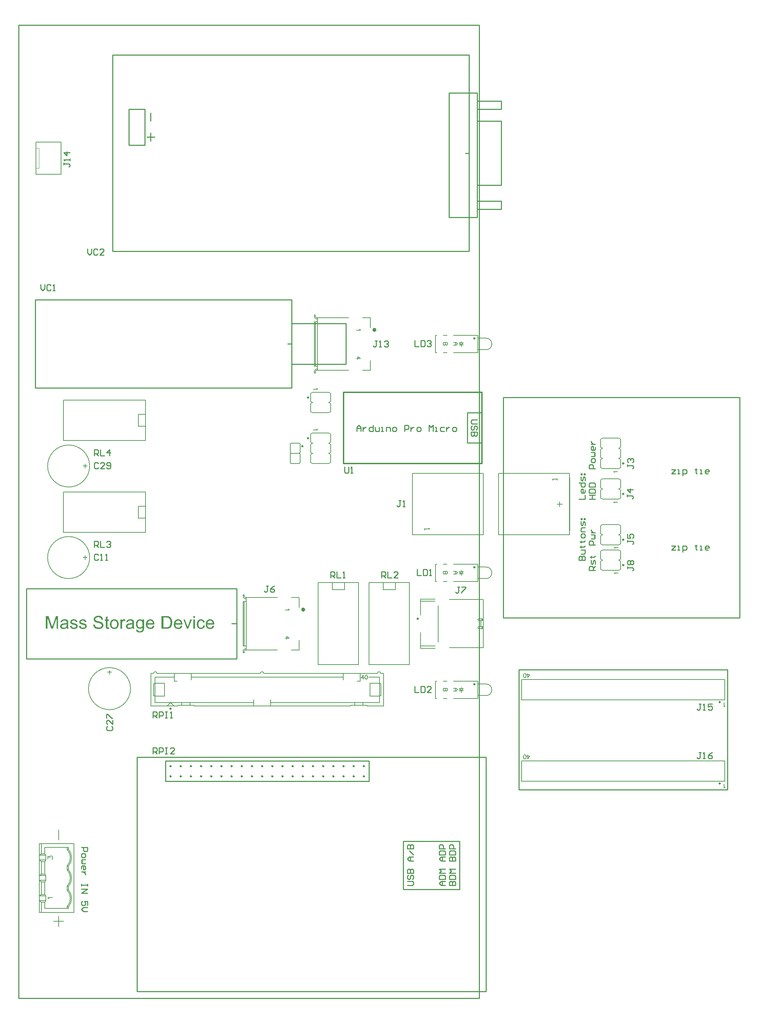
<source format=gto>
G04 Layer_Color=65535*
%FSLAX44Y44*%
%MOMM*%
G71*
G01*
G75*
%ADD10C,0.5000*%
%ADD45C,0.2540*%
%ADD46C,0.3000*%
%ADD47C,0.2000*%
%ADD48C,0.1270*%
%ADD49C,0.1000*%
G36*
X299143Y645995D02*
X299514Y645948D01*
X299976Y645856D01*
X300485Y645763D01*
X301087Y645624D01*
X301642Y645486D01*
X302290Y645254D01*
X302892Y645023D01*
X303540Y644699D01*
X304188Y644329D01*
X304836Y643912D01*
X305437Y643403D01*
X305993Y642848D01*
X306039Y642802D01*
X306131Y642709D01*
X306270Y642524D01*
X306455Y642246D01*
X306687Y641922D01*
X306918Y641552D01*
X307196Y641089D01*
X307474Y640534D01*
X307751Y639932D01*
X308029Y639284D01*
X308260Y638544D01*
X308492Y637757D01*
X308677Y636878D01*
X308816Y635952D01*
X308908Y634980D01*
X308955Y633916D01*
Y633870D01*
Y633685D01*
Y633361D01*
X308908Y632898D01*
X291554D01*
Y632852D01*
Y632713D01*
X291600Y632528D01*
Y632250D01*
X291646Y631926D01*
X291739Y631556D01*
X291878Y630723D01*
X292155Y629797D01*
X292526Y628779D01*
X293035Y627854D01*
X293682Y627020D01*
X293729D01*
X293775Y626928D01*
X294053Y626697D01*
X294469Y626372D01*
X295025Y626049D01*
X295765Y625678D01*
X296598Y625354D01*
X297524Y625123D01*
X298033Y625077D01*
X298588Y625030D01*
X298958D01*
X299375Y625077D01*
X299884Y625169D01*
X300439Y625308D01*
X301087Y625493D01*
X301689Y625771D01*
X302290Y626141D01*
X302337Y626187D01*
X302568Y626372D01*
X302846Y626650D01*
X303170Y627020D01*
X303540Y627529D01*
X303956Y628177D01*
X304373Y628918D01*
X304743Y629797D01*
X308816Y629288D01*
Y629242D01*
X308769Y629149D01*
X308723Y628964D01*
X308631Y628686D01*
X308492Y628409D01*
X308353Y628039D01*
X307983Y627252D01*
X307520Y626372D01*
X306872Y625447D01*
X306131Y624568D01*
X305206Y623735D01*
X305160D01*
X305067Y623642D01*
X304928Y623549D01*
X304743Y623411D01*
X304466Y623272D01*
X304188Y623133D01*
X303818Y622948D01*
X303401Y622763D01*
X302938Y622578D01*
X302475Y622393D01*
X301318Y622115D01*
X300023Y621884D01*
X298588Y621791D01*
X298079D01*
X297755Y621837D01*
X297339Y621884D01*
X296829Y621976D01*
X296274Y622069D01*
X295672Y622161D01*
X294377Y622531D01*
X293682Y622809D01*
X293035Y623087D01*
X292340Y623457D01*
X291693Y623873D01*
X291091Y624336D01*
X290489Y624892D01*
X290443Y624938D01*
X290350Y625030D01*
X290212Y625216D01*
X290026Y625493D01*
X289795Y625817D01*
X289564Y626187D01*
X289286Y626650D01*
X289008Y627159D01*
X288731Y627761D01*
X288453Y628409D01*
X288222Y629149D01*
X287990Y629936D01*
X287805Y630769D01*
X287666Y631695D01*
X287574Y632667D01*
X287527Y633685D01*
Y633731D01*
Y633962D01*
Y634240D01*
X287574Y634656D01*
X287620Y635165D01*
X287666Y635721D01*
X287759Y636369D01*
X287898Y637017D01*
X288268Y638498D01*
X288499Y639238D01*
X288777Y640025D01*
X289147Y640765D01*
X289564Y641459D01*
X290026Y642154D01*
X290536Y642802D01*
X290582Y642848D01*
X290674Y642940D01*
X290860Y643079D01*
X291091Y643311D01*
X291369Y643542D01*
X291739Y643820D01*
X292155Y644144D01*
X292664Y644421D01*
X293174Y644745D01*
X293775Y645023D01*
X294423Y645301D01*
X295117Y645532D01*
X295858Y645763D01*
X296644Y645902D01*
X297477Y645995D01*
X298357Y646041D01*
X298820D01*
X299143Y645995D01*
D02*
G37*
G36*
X378789D02*
X379160Y645948D01*
X379622Y645856D01*
X380131Y645763D01*
X380733Y645624D01*
X381288Y645486D01*
X381936Y645254D01*
X382538Y645023D01*
X383186Y644699D01*
X383834Y644329D01*
X384482Y643912D01*
X385083Y643403D01*
X385639Y642848D01*
X385685Y642802D01*
X385777Y642709D01*
X385916Y642524D01*
X386101Y642246D01*
X386333Y641922D01*
X386564Y641552D01*
X386842Y641089D01*
X387119Y640534D01*
X387397Y639932D01*
X387675Y639284D01*
X387906Y638544D01*
X388138Y637757D01*
X388323Y636878D01*
X388461Y635952D01*
X388554Y634980D01*
X388600Y633916D01*
Y633870D01*
Y633685D01*
Y633361D01*
X388554Y632898D01*
X371199D01*
Y632852D01*
Y632713D01*
X371246Y632528D01*
Y632250D01*
X371292Y631926D01*
X371385Y631556D01*
X371524Y630723D01*
X371801Y629797D01*
X372171Y628779D01*
X372680Y627854D01*
X373328Y627020D01*
X373375D01*
X373421Y626928D01*
X373699Y626697D01*
X374115Y626372D01*
X374670Y626049D01*
X375411Y625678D01*
X376244Y625354D01*
X377169Y625123D01*
X377678Y625077D01*
X378234Y625030D01*
X378604D01*
X379021Y625077D01*
X379530Y625169D01*
X380085Y625308D01*
X380733Y625493D01*
X381335Y625771D01*
X381936Y626141D01*
X381982Y626187D01*
X382214Y626372D01*
X382491Y626650D01*
X382816Y627020D01*
X383186Y627529D01*
X383602Y628177D01*
X384019Y628918D01*
X384389Y629797D01*
X388461Y629288D01*
Y629242D01*
X388415Y629149D01*
X388369Y628964D01*
X388276Y628686D01*
X388138Y628409D01*
X387999Y628039D01*
X387629Y627252D01*
X387166Y626372D01*
X386518Y625447D01*
X385777Y624568D01*
X384852Y623735D01*
X384805D01*
X384713Y623642D01*
X384574Y623549D01*
X384389Y623411D01*
X384111Y623272D01*
X383834Y623133D01*
X383463Y622948D01*
X383047Y622763D01*
X382584Y622578D01*
X382121Y622393D01*
X380964Y622115D01*
X379669Y621884D01*
X378234Y621791D01*
X377725D01*
X377401Y621837D01*
X376984Y621884D01*
X376475Y621976D01*
X375920Y622069D01*
X375318Y622161D01*
X374022Y622531D01*
X373328Y622809D01*
X372680Y623087D01*
X371986Y623457D01*
X371338Y623873D01*
X370737Y624336D01*
X370135Y624892D01*
X370089Y624938D01*
X369996Y625030D01*
X369857Y625216D01*
X369672Y625493D01*
X369441Y625817D01*
X369210Y626187D01*
X368932Y626650D01*
X368654Y627159D01*
X368377Y627761D01*
X368099Y628409D01*
X367867Y629149D01*
X367636Y629936D01*
X367451Y630769D01*
X367312Y631695D01*
X367220Y632667D01*
X367173Y633685D01*
Y633731D01*
Y633962D01*
Y634240D01*
X367220Y634656D01*
X367266Y635165D01*
X367312Y635721D01*
X367405Y636369D01*
X367543Y637017D01*
X367914Y638498D01*
X368145Y639238D01*
X368423Y640025D01*
X368793Y640765D01*
X369210Y641459D01*
X369672Y642154D01*
X370181Y642802D01*
X370228Y642848D01*
X370320Y642940D01*
X370505Y643079D01*
X370737Y643311D01*
X371014Y643542D01*
X371385Y643820D01*
X371801Y644144D01*
X372310Y644421D01*
X372819Y644745D01*
X373421Y645023D01*
X374069Y645301D01*
X374763Y645532D01*
X375503Y645763D01*
X376290Y645902D01*
X377123Y645995D01*
X378003Y646041D01*
X378465D01*
X378789Y645995D01*
D02*
G37*
G36*
X323810Y622300D02*
X320061D01*
X311315Y645532D01*
X315480D01*
X320478Y631602D01*
Y631556D01*
X320524Y631510D01*
X320570Y631371D01*
X320617Y631232D01*
X320756Y630769D01*
X320941Y630167D01*
X321172Y629473D01*
X321450Y628686D01*
X321681Y627807D01*
X321959Y626928D01*
X322005Y627020D01*
X322051Y627252D01*
X322190Y627622D01*
X322329Y628177D01*
X322561Y628779D01*
X322792Y629566D01*
X323116Y630399D01*
X323440Y631324D01*
X328577Y645532D01*
X332649D01*
X323810Y622300D01*
D02*
G37*
G36*
X-1206D02*
X-5278D01*
Y649095D01*
X-14627Y622300D01*
X-18422D01*
X-27678Y649558D01*
Y622300D01*
X-31750D01*
Y654325D01*
X-25410D01*
X-17820Y631602D01*
Y631556D01*
X-17774Y631463D01*
X-17728Y631324D01*
X-17635Y631093D01*
X-17450Y630538D01*
X-17219Y629843D01*
X-16987Y629057D01*
X-16709Y628270D01*
X-16478Y627529D01*
X-16293Y626882D01*
X-16247Y626974D01*
X-16200Y627206D01*
X-16062Y627622D01*
X-15876Y628177D01*
X-15645Y628918D01*
X-15321Y629797D01*
X-14997Y630815D01*
X-14581Y632019D01*
X-6898Y654325D01*
X-1206D01*
Y622300D01*
D02*
G37*
G36*
X121757Y645532D02*
X125737D01*
Y642478D01*
X121757D01*
Y628825D01*
Y628733D01*
Y628548D01*
Y628270D01*
X121803Y627946D01*
X121849Y627206D01*
X121896Y626882D01*
X121942Y626650D01*
X121988Y626558D01*
X122127Y626372D01*
X122312Y626141D01*
X122636Y625910D01*
X122729Y625863D01*
X122960Y625771D01*
X123377Y625678D01*
X123978Y625632D01*
X124441D01*
X124672Y625678D01*
X124996D01*
X125366Y625725D01*
X125737Y625771D01*
X126246Y622300D01*
X126153D01*
X125968Y622254D01*
X125644Y622207D01*
X125228Y622161D01*
X124765Y622069D01*
X124256Y622022D01*
X123238Y621976D01*
X122867D01*
X122497Y622022D01*
X122035Y622069D01*
X121479Y622115D01*
X120924Y622254D01*
X120415Y622393D01*
X119906Y622624D01*
X119859Y622670D01*
X119720Y622763D01*
X119535Y622902D01*
X119258Y623133D01*
X119026Y623364D01*
X118749Y623688D01*
X118471Y624012D01*
X118286Y624429D01*
Y624475D01*
X118193Y624660D01*
X118147Y624984D01*
X118055Y625447D01*
X117962Y626049D01*
X117916Y626419D01*
Y626835D01*
X117869Y627344D01*
X117823Y627854D01*
Y628409D01*
Y629057D01*
Y642478D01*
X114908D01*
Y645532D01*
X117823D01*
Y651271D01*
X121757Y653631D01*
Y645532D01*
D02*
G37*
G36*
X340100Y622300D02*
X336166D01*
Y645532D01*
X340100D01*
Y622300D01*
D02*
G37*
G36*
X270219Y654279D02*
X271145Y654232D01*
X272070Y654140D01*
X272996Y654001D01*
X273783Y653862D01*
X273829D01*
X273922Y653816D01*
X274060D01*
X274245Y653723D01*
X274755Y653585D01*
X275402Y653353D01*
X276143Y653029D01*
X276930Y652613D01*
X277716Y652150D01*
X278457Y651548D01*
X278503Y651502D01*
X278549Y651456D01*
X278688Y651317D01*
X278873Y651178D01*
X279336Y650715D01*
X279891Y650067D01*
X280493Y649280D01*
X281141Y648355D01*
X281743Y647291D01*
X282252Y646087D01*
Y646041D01*
X282298Y645948D01*
X282390Y645763D01*
X282437Y645486D01*
X282576Y645162D01*
X282668Y644791D01*
X282761Y644375D01*
X282900Y643866D01*
X283038Y643357D01*
X283131Y642755D01*
X283362Y641459D01*
X283501Y640025D01*
X283547Y638451D01*
Y638405D01*
Y638312D01*
Y638081D01*
Y637850D01*
X283501Y637526D01*
Y637155D01*
X283455Y636276D01*
X283316Y635258D01*
X283177Y634194D01*
X282946Y633083D01*
X282668Y631972D01*
Y631926D01*
X282622Y631833D01*
X282576Y631695D01*
X282529Y631510D01*
X282344Y631000D01*
X282066Y630353D01*
X281789Y629612D01*
X281419Y628872D01*
X280956Y628085D01*
X280493Y627344D01*
X280447Y627252D01*
X280262Y627020D01*
X279984Y626697D01*
X279614Y626280D01*
X279197Y625817D01*
X278688Y625354D01*
X278179Y624845D01*
X277577Y624429D01*
X277485Y624383D01*
X277300Y624244D01*
X276976Y624059D01*
X276513Y623827D01*
X275958Y623549D01*
X275310Y623318D01*
X274569Y623041D01*
X273736Y622809D01*
X273644D01*
X273505Y622763D01*
X273366Y622716D01*
X272903Y622670D01*
X272255Y622578D01*
X271515Y622485D01*
X270636Y622393D01*
X269664Y622346D01*
X268599Y622300D01*
X257076D01*
Y654325D01*
X269386D01*
X270219Y654279D01*
D02*
G37*
G36*
X16010Y645995D02*
X16704Y645948D01*
X17491Y645856D01*
X18277Y645717D01*
X19064Y645532D01*
X19805Y645301D01*
X19897Y645254D01*
X20129Y645162D01*
X20452Y645023D01*
X20869Y644838D01*
X21332Y644560D01*
X21795Y644282D01*
X22211Y643912D01*
X22581Y643542D01*
X22628Y643496D01*
X22720Y643357D01*
X22859Y643126D01*
X23044Y642848D01*
X23275Y642431D01*
X23461Y642015D01*
X23646Y641506D01*
X23785Y640904D01*
Y640858D01*
X23831Y640719D01*
X23877Y640441D01*
X23923Y640071D01*
Y639562D01*
X23970Y638960D01*
X24016Y638174D01*
Y637294D01*
Y632019D01*
Y631972D01*
Y631787D01*
Y631510D01*
Y631139D01*
Y630723D01*
Y630214D01*
X24062Y629103D01*
Y627946D01*
X24109Y626789D01*
X24155Y626280D01*
Y625817D01*
X24201Y625401D01*
X24247Y625077D01*
Y625030D01*
X24294Y624845D01*
X24340Y624568D01*
X24479Y624197D01*
X24571Y623781D01*
X24756Y623318D01*
X24988Y622809D01*
X25219Y622300D01*
X21100D01*
X21054Y622346D01*
X21008Y622531D01*
X20915Y622763D01*
X20776Y623133D01*
X20638Y623549D01*
X20545Y624059D01*
X20452Y624614D01*
X20360Y625216D01*
X20314D01*
X20267Y625123D01*
X19990Y624892D01*
X19573Y624568D01*
X19018Y624151D01*
X18324Y623735D01*
X17629Y623272D01*
X16889Y622855D01*
X16102Y622531D01*
X16010Y622485D01*
X15732Y622439D01*
X15316Y622300D01*
X14806Y622161D01*
X14159Y622022D01*
X13418Y621930D01*
X12585Y621837D01*
X11752Y621791D01*
X11382D01*
X11104Y621837D01*
X10780D01*
X10410Y621884D01*
X9577Y622022D01*
X8651Y622254D01*
X7633Y622578D01*
X6708Y623041D01*
X5875Y623642D01*
X5782Y623735D01*
X5551Y623966D01*
X5227Y624383D01*
X4857Y624938D01*
X4486Y625632D01*
X4162Y626419D01*
X3931Y627391D01*
X3885Y627854D01*
X3838Y628409D01*
Y628501D01*
Y628686D01*
X3885Y629010D01*
X3931Y629427D01*
X4024Y629936D01*
X4162Y630445D01*
X4347Y631000D01*
X4579Y631510D01*
X4625Y631556D01*
X4718Y631741D01*
X4903Y632019D01*
X5134Y632342D01*
X5412Y632713D01*
X5782Y633083D01*
X6152Y633453D01*
X6615Y633777D01*
X6661Y633823D01*
X6847Y633916D01*
X7078Y634101D01*
X7448Y634286D01*
X7865Y634471D01*
X8374Y634703D01*
X8883Y634888D01*
X9484Y635073D01*
X9531D01*
X9716Y635119D01*
X9994Y635212D01*
X10364Y635258D01*
X10826Y635351D01*
X11428Y635443D01*
X12122Y635582D01*
X12955Y635675D01*
X13002D01*
X13187Y635721D01*
X13418D01*
X13742Y635767D01*
X14112Y635813D01*
X14575Y635906D01*
X15084Y635952D01*
X15639Y636045D01*
X16750Y636276D01*
X17953Y636508D01*
X19018Y636785D01*
X19527Y636924D01*
X19990Y637063D01*
Y637109D01*
Y637202D01*
X20036Y637479D01*
Y637803D01*
Y637989D01*
Y638081D01*
Y638127D01*
Y638174D01*
Y638451D01*
X19990Y638914D01*
X19897Y639423D01*
X19758Y639978D01*
X19527Y640534D01*
X19249Y641043D01*
X18879Y641459D01*
X18833Y641506D01*
X18601Y641691D01*
X18231Y641876D01*
X17768Y642154D01*
X17120Y642385D01*
X16380Y642616D01*
X15454Y642755D01*
X14390Y642802D01*
X13927D01*
X13464Y642755D01*
X12816Y642663D01*
X12169Y642570D01*
X11474Y642385D01*
X10826Y642154D01*
X10271Y641830D01*
X10225Y641783D01*
X10040Y641645D01*
X9808Y641413D01*
X9531Y641043D01*
X9253Y640580D01*
X8929Y639978D01*
X8651Y639238D01*
X8374Y638405D01*
X4533Y638914D01*
Y638960D01*
X4579Y639007D01*
Y639146D01*
X4625Y639331D01*
X4764Y639747D01*
X4949Y640349D01*
X5181Y640950D01*
X5458Y641598D01*
X5828Y642246D01*
X6245Y642848D01*
X6291Y642894D01*
X6476Y643079D01*
X6754Y643357D01*
X7124Y643727D01*
X7633Y644097D01*
X8235Y644467D01*
X8929Y644884D01*
X9716Y645208D01*
X9762D01*
X9808Y645254D01*
X9947Y645301D01*
X10132Y645347D01*
X10595Y645486D01*
X11243Y645624D01*
X11983Y645763D01*
X12909Y645902D01*
X13881Y645995D01*
X14992Y646041D01*
X15501D01*
X16010Y645995D01*
D02*
G37*
G36*
X180253D02*
X180947Y645948D01*
X181734Y645856D01*
X182521Y645717D01*
X183308Y645532D01*
X184048Y645301D01*
X184141Y645254D01*
X184372Y645162D01*
X184696Y645023D01*
X185112Y644838D01*
X185575Y644560D01*
X186038Y644282D01*
X186455Y643912D01*
X186825Y643542D01*
X186871Y643496D01*
X186964Y643357D01*
X187102Y643126D01*
X187288Y642848D01*
X187519Y642431D01*
X187704Y642015D01*
X187889Y641506D01*
X188028Y640904D01*
Y640858D01*
X188074Y640719D01*
X188121Y640441D01*
X188167Y640071D01*
Y639562D01*
X188213Y638960D01*
X188259Y638174D01*
Y637294D01*
Y632019D01*
Y631972D01*
Y631787D01*
Y631510D01*
Y631139D01*
Y630723D01*
Y630214D01*
X188306Y629103D01*
Y627946D01*
X188352Y626789D01*
X188398Y626280D01*
Y625817D01*
X188444Y625401D01*
X188491Y625077D01*
Y625030D01*
X188537Y624845D01*
X188583Y624568D01*
X188722Y624197D01*
X188815Y623781D01*
X189000Y623318D01*
X189231Y622809D01*
X189463Y622300D01*
X185344D01*
X185298Y622346D01*
X185251Y622531D01*
X185159Y622763D01*
X185020Y623133D01*
X184881Y623549D01*
X184788Y624059D01*
X184696Y624614D01*
X184603Y625216D01*
X184557D01*
X184511Y625123D01*
X184233Y624892D01*
X183817Y624568D01*
X183261Y624151D01*
X182567Y623735D01*
X181873Y623272D01*
X181133Y622855D01*
X180346Y622531D01*
X180253Y622485D01*
X179975Y622439D01*
X179559Y622300D01*
X179050Y622161D01*
X178402Y622022D01*
X177662Y621930D01*
X176829Y621837D01*
X175996Y621791D01*
X175625D01*
X175348Y621837D01*
X175024D01*
X174653Y621884D01*
X173820Y622022D01*
X172895Y622254D01*
X171877Y622578D01*
X170951Y623041D01*
X170118Y623642D01*
X170026Y623735D01*
X169794Y623966D01*
X169470Y624383D01*
X169100Y624938D01*
X168730Y625632D01*
X168406Y626419D01*
X168174Y627391D01*
X168128Y627854D01*
X168082Y628409D01*
Y628501D01*
Y628686D01*
X168128Y629010D01*
X168174Y629427D01*
X168267Y629936D01*
X168406Y630445D01*
X168591Y631000D01*
X168822Y631510D01*
X168869Y631556D01*
X168961Y631741D01*
X169146Y632019D01*
X169378Y632342D01*
X169655Y632713D01*
X170026Y633083D01*
X170396Y633453D01*
X170859Y633777D01*
X170905Y633823D01*
X171090Y633916D01*
X171321Y634101D01*
X171692Y634286D01*
X172108Y634471D01*
X172617Y634703D01*
X173126Y634888D01*
X173728Y635073D01*
X173774D01*
X173959Y635119D01*
X174237Y635212D01*
X174607Y635258D01*
X175070Y635351D01*
X175672Y635443D01*
X176366Y635582D01*
X177199Y635675D01*
X177245D01*
X177430Y635721D01*
X177662D01*
X177985Y635767D01*
X178356Y635813D01*
X178818Y635906D01*
X179328Y635952D01*
X179883Y636045D01*
X180994Y636276D01*
X182197Y636508D01*
X183261Y636785D01*
X183770Y636924D01*
X184233Y637063D01*
Y637109D01*
Y637202D01*
X184279Y637479D01*
Y637803D01*
Y637989D01*
Y638081D01*
Y638127D01*
Y638174D01*
Y638451D01*
X184233Y638914D01*
X184141Y639423D01*
X184002Y639978D01*
X183770Y640534D01*
X183493Y641043D01*
X183123Y641459D01*
X183076Y641506D01*
X182845Y641691D01*
X182475Y641876D01*
X182012Y642154D01*
X181364Y642385D01*
X180623Y642616D01*
X179698Y642755D01*
X178633Y642802D01*
X178171D01*
X177708Y642755D01*
X177060Y642663D01*
X176412Y642570D01*
X175718Y642385D01*
X175070Y642154D01*
X174515Y641830D01*
X174468Y641783D01*
X174283Y641645D01*
X174052Y641413D01*
X173774Y641043D01*
X173496Y640580D01*
X173172Y639978D01*
X172895Y639238D01*
X172617Y638405D01*
X168776Y638914D01*
Y638960D01*
X168822Y639007D01*
Y639146D01*
X168869Y639331D01*
X169007Y639747D01*
X169193Y640349D01*
X169424Y640950D01*
X169702Y641598D01*
X170072Y642246D01*
X170488Y642848D01*
X170535Y642894D01*
X170720Y643079D01*
X170997Y643357D01*
X171368Y643727D01*
X171877Y644097D01*
X172478Y644467D01*
X173172Y644884D01*
X173959Y645208D01*
X174006D01*
X174052Y645254D01*
X174191Y645301D01*
X174376Y645347D01*
X174839Y645486D01*
X175487Y645624D01*
X176227Y645763D01*
X177153Y645902D01*
X178124Y645995D01*
X179235Y646041D01*
X179744D01*
X180253Y645995D01*
D02*
G37*
G36*
X163778D02*
X164287Y645902D01*
X164889Y645717D01*
X165536Y645486D01*
X166277Y645162D01*
X167064Y644745D01*
X165629Y641135D01*
X165583Y641182D01*
X165398Y641274D01*
X165120Y641413D01*
X164750Y641552D01*
X164333Y641691D01*
X163824Y641830D01*
X163315Y641922D01*
X162806Y641969D01*
X162575D01*
X162343Y641922D01*
X162019Y641876D01*
X161695Y641783D01*
X161279Y641645D01*
X160862Y641459D01*
X160492Y641182D01*
X160446Y641135D01*
X160307Y641043D01*
X160168Y640858D01*
X159937Y640626D01*
X159705Y640303D01*
X159474Y639932D01*
X159243Y639516D01*
X159058Y639007D01*
X159011Y638914D01*
X158965Y638636D01*
X158872Y638220D01*
X158734Y637665D01*
X158595Y636970D01*
X158502Y636184D01*
X158456Y635351D01*
X158410Y634425D01*
Y622300D01*
X154476D01*
Y645532D01*
X158039D01*
Y642015D01*
X158086Y642061D01*
X158271Y642385D01*
X158502Y642802D01*
X158872Y643311D01*
X159243Y643820D01*
X159659Y644375D01*
X160076Y644838D01*
X160492Y645208D01*
X160538Y645254D01*
X160677Y645347D01*
X160955Y645486D01*
X161233Y645624D01*
X161603Y645763D01*
X162066Y645902D01*
X162528Y645995D01*
X163037Y646041D01*
X163361D01*
X163778Y645995D01*
D02*
G37*
G36*
X61039D02*
X61733Y645948D01*
X62474Y645856D01*
X63260Y645671D01*
X64093Y645486D01*
X64880Y645208D01*
X64926D01*
X64973Y645162D01*
X65204Y645069D01*
X65574Y644884D01*
X66037Y644653D01*
X66546Y644329D01*
X67055Y643959D01*
X67518Y643542D01*
X67934Y643079D01*
X67981Y643033D01*
X68073Y642848D01*
X68259Y642524D01*
X68490Y642154D01*
X68721Y641598D01*
X68953Y640997D01*
X69138Y640303D01*
X69323Y639516D01*
X65482Y639007D01*
Y639099D01*
X65436Y639284D01*
X65343Y639608D01*
X65204Y640025D01*
X64973Y640441D01*
X64695Y640904D01*
X64371Y641367D01*
X63908Y641783D01*
X63862Y641830D01*
X63677Y641922D01*
X63399Y642107D01*
X62983Y642292D01*
X62520Y642478D01*
X61918Y642663D01*
X61178Y642755D01*
X60391Y642802D01*
X59928D01*
X59465Y642755D01*
X58864Y642709D01*
X58262Y642570D01*
X57614Y642431D01*
X57013Y642200D01*
X56504Y641876D01*
X56457Y641830D01*
X56319Y641737D01*
X56133Y641552D01*
X55948Y641274D01*
X55717Y640997D01*
X55532Y640626D01*
X55393Y640210D01*
X55347Y639793D01*
Y639747D01*
Y639655D01*
X55393Y639516D01*
Y639331D01*
X55532Y638868D01*
X55809Y638405D01*
X55856Y638359D01*
X55902Y638312D01*
X55995Y638174D01*
X56180Y638035D01*
X56365Y637896D01*
X56642Y637711D01*
X56967Y637572D01*
X57337Y637387D01*
X57383D01*
X57476Y637341D01*
X57661Y637294D01*
X57985Y637155D01*
X58447Y637017D01*
X59049Y636878D01*
X59419Y636739D01*
X59836Y636646D01*
X60299Y636508D01*
X60808Y636369D01*
X60854D01*
X60993Y636323D01*
X61224Y636276D01*
X61502Y636184D01*
X61826Y636091D01*
X62242Y635998D01*
X63122Y635721D01*
X64093Y635443D01*
X65065Y635119D01*
X65944Y634795D01*
X66315Y634656D01*
X66639Y634518D01*
X66731Y634471D01*
X66916Y634379D01*
X67194Y634240D01*
X67611Y634008D01*
X68027Y633731D01*
X68444Y633361D01*
X68860Y632944D01*
X69230Y632481D01*
X69277Y632435D01*
X69369Y632250D01*
X69554Y631972D01*
X69739Y631556D01*
X69878Y631047D01*
X70063Y630491D01*
X70156Y629843D01*
X70202Y629103D01*
Y629010D01*
Y628779D01*
X70156Y628409D01*
X70063Y627900D01*
X69925Y627344D01*
X69693Y626743D01*
X69415Y626049D01*
X69045Y625401D01*
X68999Y625308D01*
X68814Y625123D01*
X68582Y624799D01*
X68212Y624429D01*
X67703Y624012D01*
X67148Y623549D01*
X66500Y623133D01*
X65713Y622716D01*
X65667D01*
X65621Y622670D01*
X65343Y622578D01*
X64880Y622439D01*
X64278Y622254D01*
X63538Y622069D01*
X62705Y621930D01*
X61826Y621837D01*
X60808Y621791D01*
X60391D01*
X60067Y621837D01*
X59697D01*
X59234Y621884D01*
X58771Y621930D01*
X58262Y622022D01*
X57152Y622254D01*
X55995Y622578D01*
X54884Y623041D01*
X54375Y623318D01*
X53912Y623642D01*
X53866Y623688D01*
X53819Y623735D01*
X53542Y624012D01*
X53125Y624429D01*
X52663Y625077D01*
X52154Y625863D01*
X51644Y626789D01*
X51228Y627946D01*
X50904Y629242D01*
X54791Y629843D01*
Y629797D01*
Y629751D01*
X54884Y629473D01*
X54977Y629010D01*
X55162Y628501D01*
X55393Y627946D01*
X55671Y627344D01*
X56087Y626743D01*
X56596Y626234D01*
X56689Y626187D01*
X56874Y626049D01*
X57244Y625863D01*
X57707Y625632D01*
X58309Y625401D01*
X59003Y625216D01*
X59836Y625077D01*
X60808Y625030D01*
X61270D01*
X61733Y625077D01*
X62335Y625169D01*
X62983Y625308D01*
X63677Y625493D01*
X64278Y625725D01*
X64834Y626095D01*
X64880Y626141D01*
X65065Y626280D01*
X65250Y626511D01*
X65528Y626835D01*
X65759Y627206D01*
X65991Y627668D01*
X66130Y628131D01*
X66176Y628686D01*
Y628733D01*
Y628918D01*
X66130Y629149D01*
X66037Y629473D01*
X65898Y629797D01*
X65667Y630121D01*
X65389Y630491D01*
X64973Y630769D01*
X64926Y630815D01*
X64788Y630862D01*
X64556Y631000D01*
X64186Y631139D01*
X63631Y631324D01*
X63307Y631463D01*
X62936Y631556D01*
X62520Y631695D01*
X62057Y631833D01*
X61548Y631972D01*
X60946Y632111D01*
X60900D01*
X60761Y632157D01*
X60530Y632204D01*
X60252Y632296D01*
X59882Y632389D01*
X59465Y632528D01*
X58586Y632759D01*
X57568Y633083D01*
X56596Y633361D01*
X55671Y633685D01*
X55254Y633870D01*
X54930Y634008D01*
X54838Y634055D01*
X54653Y634147D01*
X54375Y634333D01*
X54005Y634564D01*
X53588Y634888D01*
X53172Y635258D01*
X52755Y635675D01*
X52385Y636184D01*
X52339Y636230D01*
X52246Y636415D01*
X52107Y636739D01*
X51968Y637109D01*
X51830Y637572D01*
X51691Y638127D01*
X51598Y638683D01*
X51552Y639331D01*
Y639423D01*
Y639608D01*
X51598Y639886D01*
X51644Y640303D01*
X51737Y640719D01*
X51830Y641228D01*
X52015Y641691D01*
X52246Y642200D01*
X52292Y642246D01*
X52385Y642431D01*
X52524Y642663D01*
X52755Y642987D01*
X53033Y643311D01*
X53357Y643727D01*
X53727Y644097D01*
X54190Y644421D01*
X54236Y644467D01*
X54375Y644514D01*
X54560Y644653D01*
X54838Y644791D01*
X55208Y644977D01*
X55624Y645162D01*
X56133Y645347D01*
X56689Y645532D01*
X56781Y645578D01*
X56967Y645624D01*
X57290Y645717D01*
X57707Y645810D01*
X58216Y645902D01*
X58771Y645948D01*
X59419Y646041D01*
X60530D01*
X61039Y645995D01*
D02*
G37*
G36*
X340100Y649836D02*
X336166D01*
Y654325D01*
X340100D01*
Y649836D01*
D02*
G37*
G36*
X99774Y654834D02*
X100098D01*
X100978Y654741D01*
X101950Y654603D01*
X102968Y654371D01*
X104078Y654093D01*
X105096Y653723D01*
X105143D01*
X105235Y653677D01*
X105374Y653585D01*
X105559Y653492D01*
X106022Y653260D01*
X106624Y652844D01*
X107318Y652381D01*
X108012Y651780D01*
X108660Y651085D01*
X109262Y650299D01*
Y650252D01*
X109308Y650206D01*
X109400Y650067D01*
X109493Y649928D01*
X109724Y649466D01*
X110002Y648864D01*
X110326Y648124D01*
X110557Y647244D01*
X110789Y646319D01*
X110881Y645301D01*
X106809Y644977D01*
Y645023D01*
Y645115D01*
X106762Y645254D01*
X106716Y645486D01*
X106577Y645995D01*
X106392Y646689D01*
X106115Y647429D01*
X105698Y648170D01*
X105189Y648864D01*
X104541Y649512D01*
X104448Y649558D01*
X104217Y649743D01*
X103754Y650021D01*
X103153Y650299D01*
X102366Y650576D01*
X101440Y650854D01*
X100283Y651039D01*
X98988Y651085D01*
X98340D01*
X98062Y651039D01*
X97692Y650993D01*
X96859Y650900D01*
X95933Y650715D01*
X95008Y650484D01*
X94128Y650114D01*
X93758Y649882D01*
X93388Y649651D01*
X93295Y649604D01*
X93110Y649419D01*
X92832Y649095D01*
X92555Y648725D01*
X92231Y648216D01*
X91953Y647661D01*
X91768Y647013D01*
X91676Y646272D01*
Y646180D01*
Y645995D01*
X91722Y645671D01*
X91814Y645301D01*
X91953Y644838D01*
X92185Y644375D01*
X92462Y643912D01*
X92879Y643449D01*
X92925Y643403D01*
X93156Y643264D01*
X93342Y643126D01*
X93527Y643033D01*
X93804Y642894D01*
X94128Y642709D01*
X94545Y642570D01*
X95008Y642385D01*
X95517Y642200D01*
X96118Y641969D01*
X96766Y641783D01*
X97507Y641552D01*
X98340Y641367D01*
X99265Y641135D01*
X99312D01*
X99497Y641089D01*
X99774Y641043D01*
X100098Y640950D01*
X100515Y640858D01*
X101024Y640719D01*
X101533Y640580D01*
X102088Y640441D01*
X103292Y640117D01*
X104448Y639793D01*
X105004Y639608D01*
X105513Y639423D01*
X105976Y639284D01*
X106346Y639099D01*
X106392D01*
X106485Y639053D01*
X106624Y638960D01*
X106809Y638868D01*
X107318Y638590D01*
X107919Y638220D01*
X108614Y637711D01*
X109308Y637155D01*
X109956Y636508D01*
X110511Y635813D01*
X110557Y635721D01*
X110742Y635490D01*
X110927Y635073D01*
X111205Y634518D01*
X111437Y633870D01*
X111668Y633083D01*
X111807Y632204D01*
X111853Y631278D01*
Y631232D01*
Y631185D01*
Y631047D01*
Y630862D01*
X111761Y630353D01*
X111668Y629705D01*
X111483Y628964D01*
X111251Y628177D01*
X110881Y627344D01*
X110372Y626465D01*
Y626419D01*
X110326Y626372D01*
X110094Y626095D01*
X109771Y625678D01*
X109308Y625216D01*
X108706Y624660D01*
X107966Y624059D01*
X107133Y623503D01*
X106161Y622994D01*
X106115D01*
X106022Y622948D01*
X105883Y622902D01*
X105698Y622809D01*
X105420Y622716D01*
X105096Y622578D01*
X104356Y622393D01*
X103477Y622161D01*
X102412Y621930D01*
X101255Y621791D01*
X100006Y621745D01*
X99265D01*
X98895Y621791D01*
X98478D01*
X98016Y621837D01*
X97460Y621884D01*
X96303Y622069D01*
X95100Y622254D01*
X93897Y622578D01*
X92740Y622994D01*
X92694D01*
X92601Y623041D01*
X92462Y623133D01*
X92277Y623226D01*
X91722Y623503D01*
X91074Y623920D01*
X90333Y624475D01*
X89547Y625123D01*
X88806Y625910D01*
X88112Y626789D01*
Y626835D01*
X88020Y626928D01*
X87973Y627067D01*
X87834Y627252D01*
X87742Y627483D01*
X87603Y627761D01*
X87279Y628455D01*
X86955Y629334D01*
X86677Y630306D01*
X86492Y631417D01*
X86400Y632574D01*
X90380Y632944D01*
Y632898D01*
Y632852D01*
X90426Y632713D01*
Y632528D01*
X90519Y632111D01*
X90657Y631510D01*
X90843Y630908D01*
X91028Y630214D01*
X91352Y629566D01*
X91676Y628964D01*
X91722Y628918D01*
X91861Y628733D01*
X92092Y628409D01*
X92462Y628085D01*
X92925Y627668D01*
X93434Y627252D01*
X94128Y626835D01*
X94869Y626465D01*
X94915D01*
X94961Y626419D01*
X95100Y626372D01*
X95239Y626326D01*
X95702Y626187D01*
X96303Y626002D01*
X97044Y625817D01*
X97877Y625678D01*
X98802Y625586D01*
X99821Y625540D01*
X100237D01*
X100700Y625586D01*
X101255Y625632D01*
X101903Y625725D01*
X102644Y625817D01*
X103384Y626002D01*
X104078Y626234D01*
X104171Y626280D01*
X104402Y626372D01*
X104726Y626558D01*
X105143Y626743D01*
X105559Y627067D01*
X106022Y627391D01*
X106485Y627761D01*
X106855Y628224D01*
X106901Y628270D01*
X106994Y628455D01*
X107133Y628686D01*
X107318Y629057D01*
X107503Y629427D01*
X107642Y629890D01*
X107734Y630399D01*
X107781Y630954D01*
Y631000D01*
Y631232D01*
X107734Y631510D01*
X107688Y631880D01*
X107549Y632250D01*
X107410Y632713D01*
X107179Y633176D01*
X106855Y633592D01*
X106809Y633638D01*
X106670Y633777D01*
X106485Y633962D01*
X106161Y634240D01*
X105791Y634518D01*
X105281Y634842D01*
X104680Y635165D01*
X103986Y635443D01*
X103939Y635490D01*
X103708Y635536D01*
X103338Y635675D01*
X103106Y635721D01*
X102782Y635813D01*
X102458Y635952D01*
X102042Y636045D01*
X101579Y636184D01*
X101024Y636323D01*
X100469Y636461D01*
X99821Y636646D01*
X99080Y636832D01*
X98293Y637017D01*
X98247D01*
X98108Y637063D01*
X97877Y637109D01*
X97599Y637202D01*
X97229Y637294D01*
X96812Y637387D01*
X95887Y637665D01*
X94869Y637989D01*
X93804Y638312D01*
X92879Y638636D01*
X92462Y638821D01*
X92092Y639007D01*
X92046D01*
X92000Y639053D01*
X91722Y639238D01*
X91305Y639469D01*
X90843Y639840D01*
X90287Y640256D01*
X89732Y640765D01*
X89177Y641367D01*
X88714Y642015D01*
X88667Y642107D01*
X88529Y642339D01*
X88343Y642709D01*
X88158Y643172D01*
X87973Y643773D01*
X87788Y644467D01*
X87649Y645208D01*
X87603Y645995D01*
Y646041D01*
Y646087D01*
Y646226D01*
Y646411D01*
X87696Y646874D01*
X87788Y647476D01*
X87927Y648170D01*
X88158Y648957D01*
X88482Y649743D01*
X88945Y650530D01*
Y650576D01*
X88991Y650623D01*
X89223Y650900D01*
X89547Y651271D01*
X89963Y651733D01*
X90519Y652242D01*
X91213Y652798D01*
X92046Y653307D01*
X92971Y653770D01*
X93018D01*
X93110Y653816D01*
X93249Y653862D01*
X93434Y653955D01*
X93666Y654047D01*
X93989Y654140D01*
X94684Y654325D01*
X95563Y654510D01*
X96581Y654695D01*
X97646Y654834D01*
X98849Y654880D01*
X99450D01*
X99774Y654834D01*
D02*
G37*
G36*
X38640Y645995D02*
X39334Y645948D01*
X40075Y645856D01*
X40861Y645671D01*
X41694Y645486D01*
X42481Y645208D01*
X42527D01*
X42574Y645162D01*
X42805Y645069D01*
X43175Y644884D01*
X43638Y644653D01*
X44147Y644329D01*
X44656Y643959D01*
X45119Y643542D01*
X45536Y643079D01*
X45582Y643033D01*
X45674Y642848D01*
X45859Y642524D01*
X46091Y642154D01*
X46322Y641598D01*
X46554Y640997D01*
X46739Y640303D01*
X46924Y639516D01*
X43083Y639007D01*
Y639099D01*
X43036Y639284D01*
X42944Y639608D01*
X42805Y640025D01*
X42574Y640441D01*
X42296Y640904D01*
X41972Y641367D01*
X41509Y641783D01*
X41463Y641830D01*
X41278Y641922D01*
X41000Y642107D01*
X40584Y642292D01*
X40121Y642478D01*
X39519Y642663D01*
X38779Y642755D01*
X37992Y642802D01*
X37529D01*
X37067Y642755D01*
X36465Y642709D01*
X35863Y642570D01*
X35215Y642431D01*
X34614Y642200D01*
X34105Y641876D01*
X34058Y641830D01*
X33920Y641737D01*
X33735Y641552D01*
X33549Y641274D01*
X33318Y640997D01*
X33133Y640626D01*
X32994Y640210D01*
X32948Y639793D01*
Y639747D01*
Y639655D01*
X32994Y639516D01*
Y639331D01*
X33133Y638868D01*
X33411Y638405D01*
X33457Y638359D01*
X33503Y638312D01*
X33596Y638174D01*
X33781Y638035D01*
X33966Y637896D01*
X34244Y637711D01*
X34567Y637572D01*
X34938Y637387D01*
X34984D01*
X35077Y637341D01*
X35262Y637294D01*
X35586Y637155D01*
X36048Y637017D01*
X36650Y636878D01*
X37020Y636739D01*
X37437Y636646D01*
X37900Y636508D01*
X38409Y636369D01*
X38455D01*
X38594Y636323D01*
X38825Y636276D01*
X39103Y636184D01*
X39427Y636091D01*
X39843Y635998D01*
X40723Y635721D01*
X41694Y635443D01*
X42666Y635119D01*
X43546Y634795D01*
X43916Y634656D01*
X44240Y634518D01*
X44332Y634471D01*
X44517Y634379D01*
X44795Y634240D01*
X45212Y634008D01*
X45628Y633731D01*
X46045Y633361D01*
X46461Y632944D01*
X46831Y632481D01*
X46878Y632435D01*
X46970Y632250D01*
X47155Y631972D01*
X47340Y631556D01*
X47479Y631047D01*
X47664Y630491D01*
X47757Y629843D01*
X47803Y629103D01*
Y629010D01*
Y628779D01*
X47757Y628409D01*
X47664Y627900D01*
X47526Y627344D01*
X47294Y626743D01*
X47017Y626049D01*
X46646Y625401D01*
X46600Y625308D01*
X46415Y625123D01*
X46184Y624799D01*
X45813Y624429D01*
X45304Y624012D01*
X44749Y623549D01*
X44101Y623133D01*
X43314Y622716D01*
X43268D01*
X43222Y622670D01*
X42944Y622578D01*
X42481Y622439D01*
X41880Y622254D01*
X41139Y622069D01*
X40306Y621930D01*
X39427Y621837D01*
X38409Y621791D01*
X37992D01*
X37668Y621837D01*
X37298D01*
X36835Y621884D01*
X36372Y621930D01*
X35863Y622022D01*
X34753Y622254D01*
X33596Y622578D01*
X32485Y623041D01*
X31976Y623318D01*
X31513Y623642D01*
X31467Y623688D01*
X31421Y623735D01*
X31143Y624012D01*
X30726Y624429D01*
X30264Y625077D01*
X29755Y625863D01*
X29246Y626789D01*
X28829Y627946D01*
X28505Y629242D01*
X32392Y629843D01*
Y629797D01*
Y629751D01*
X32485Y629473D01*
X32578Y629010D01*
X32763Y628501D01*
X32994Y627946D01*
X33272Y627344D01*
X33688Y626743D01*
X34197Y626234D01*
X34290Y626187D01*
X34475Y626049D01*
X34845Y625863D01*
X35308Y625632D01*
X35910Y625401D01*
X36604Y625216D01*
X37437Y625077D01*
X38409Y625030D01*
X38871D01*
X39334Y625077D01*
X39936Y625169D01*
X40584Y625308D01*
X41278Y625493D01*
X41880Y625725D01*
X42435Y626095D01*
X42481Y626141D01*
X42666Y626280D01*
X42851Y626511D01*
X43129Y626835D01*
X43361Y627206D01*
X43592Y627668D01*
X43731Y628131D01*
X43777Y628686D01*
Y628733D01*
Y628918D01*
X43731Y629149D01*
X43638Y629473D01*
X43499Y629797D01*
X43268Y630121D01*
X42990Y630491D01*
X42574Y630769D01*
X42527Y630815D01*
X42389Y630862D01*
X42157Y631000D01*
X41787Y631139D01*
X41232Y631324D01*
X40908Y631463D01*
X40538Y631556D01*
X40121Y631695D01*
X39658Y631833D01*
X39149Y631972D01*
X38547Y632111D01*
X38501D01*
X38362Y632157D01*
X38131Y632204D01*
X37853Y632296D01*
X37483Y632389D01*
X37067Y632528D01*
X36187Y632759D01*
X35169Y633083D01*
X34197Y633361D01*
X33272Y633685D01*
X32855Y633870D01*
X32531Y634008D01*
X32439Y634055D01*
X32254Y634147D01*
X31976Y634333D01*
X31606Y634564D01*
X31189Y634888D01*
X30773Y635258D01*
X30356Y635675D01*
X29986Y636184D01*
X29940Y636230D01*
X29847Y636415D01*
X29708Y636739D01*
X29569Y637109D01*
X29431Y637572D01*
X29292Y638127D01*
X29199Y638683D01*
X29153Y639331D01*
Y639423D01*
Y639608D01*
X29199Y639886D01*
X29246Y640303D01*
X29338Y640719D01*
X29431Y641228D01*
X29616Y641691D01*
X29847Y642200D01*
X29893Y642246D01*
X29986Y642431D01*
X30125Y642663D01*
X30356Y642987D01*
X30634Y643311D01*
X30958Y643727D01*
X31328Y644097D01*
X31791Y644421D01*
X31837Y644467D01*
X31976Y644514D01*
X32161Y644653D01*
X32439Y644791D01*
X32809Y644977D01*
X33225Y645162D01*
X33735Y645347D01*
X34290Y645532D01*
X34382Y645578D01*
X34567Y645624D01*
X34892Y645717D01*
X35308Y645810D01*
X35817Y645902D01*
X36372Y645948D01*
X37020Y646041D01*
X38131D01*
X38640Y645995D01*
D02*
G37*
G36*
X139805D02*
X140222Y645948D01*
X140685Y645856D01*
X141194Y645763D01*
X141796Y645671D01*
X143045Y645254D01*
X143693Y645023D01*
X144341Y644699D01*
X144989Y644375D01*
X145637Y643912D01*
X146238Y643449D01*
X146840Y642894D01*
X146886Y642848D01*
X146979Y642755D01*
X147118Y642570D01*
X147303Y642339D01*
X147534Y642015D01*
X147812Y641598D01*
X148089Y641135D01*
X148367Y640626D01*
X148645Y640071D01*
X148922Y639377D01*
X149200Y638683D01*
X149431Y637896D01*
X149617Y637063D01*
X149755Y636184D01*
X149848Y635258D01*
X149894Y634240D01*
Y634194D01*
Y634055D01*
Y633823D01*
Y633499D01*
X149848Y633129D01*
X149802Y632667D01*
Y632204D01*
X149709Y631695D01*
X149570Y630538D01*
X149293Y629381D01*
X148969Y628224D01*
X148506Y627159D01*
Y627113D01*
X148460Y627067D01*
X148367Y626928D01*
X148274Y626743D01*
X147951Y626280D01*
X147534Y625725D01*
X146979Y625077D01*
X146285Y624429D01*
X145498Y623781D01*
X144572Y623179D01*
X144526D01*
X144480Y623133D01*
X144341Y623041D01*
X144109Y622948D01*
X143878Y622855D01*
X143600Y622763D01*
X142906Y622485D01*
X142120Y622254D01*
X141148Y622022D01*
X140129Y621837D01*
X139019Y621791D01*
X138556D01*
X138186Y621837D01*
X137769Y621884D01*
X137306Y621976D01*
X136751Y622069D01*
X136196Y622161D01*
X134946Y622531D01*
X134252Y622809D01*
X133604Y623087D01*
X132956Y623457D01*
X132308Y623873D01*
X131707Y624336D01*
X131105Y624892D01*
X131059Y624938D01*
X130966Y625030D01*
X130827Y625216D01*
X130642Y625493D01*
X130411Y625817D01*
X130180Y626187D01*
X129902Y626650D01*
X129624Y627206D01*
X129347Y627807D01*
X129069Y628501D01*
X128837Y629242D01*
X128606Y630029D01*
X128421Y630908D01*
X128282Y631833D01*
X128189Y632852D01*
X128143Y633916D01*
Y634008D01*
Y634194D01*
X128189Y634518D01*
Y634980D01*
X128236Y635490D01*
X128328Y636137D01*
X128421Y636785D01*
X128606Y637526D01*
X128791Y638266D01*
X129023Y639053D01*
X129300Y639886D01*
X129670Y640673D01*
X130041Y641413D01*
X130550Y642154D01*
X131059Y642848D01*
X131707Y643449D01*
X131753Y643496D01*
X131846Y643542D01*
X132031Y643681D01*
X132262Y643866D01*
X132540Y644051D01*
X132910Y644282D01*
X133280Y644514D01*
X133743Y644745D01*
X134252Y644977D01*
X134807Y645208D01*
X136057Y645624D01*
X137492Y645948D01*
X138232Y645995D01*
X139019Y646041D01*
X139482D01*
X139805Y645995D01*
D02*
G37*
G36*
X229494D02*
X229864Y645948D01*
X230327Y645856D01*
X230836Y645763D01*
X231437Y645624D01*
X231993Y645486D01*
X232641Y645254D01*
X233242Y645023D01*
X233890Y644699D01*
X234538Y644329D01*
X235186Y643912D01*
X235788Y643403D01*
X236343Y642848D01*
X236389Y642802D01*
X236482Y642709D01*
X236621Y642524D01*
X236806Y642246D01*
X237037Y641922D01*
X237269Y641552D01*
X237546Y641089D01*
X237824Y640534D01*
X238102Y639932D01*
X238379Y639284D01*
X238611Y638544D01*
X238842Y637757D01*
X239027Y636878D01*
X239166Y635952D01*
X239259Y634980D01*
X239305Y633916D01*
Y633870D01*
Y633685D01*
Y633361D01*
X239259Y632898D01*
X221904D01*
Y632852D01*
Y632713D01*
X221950Y632528D01*
Y632250D01*
X221997Y631926D01*
X222089Y631556D01*
X222228Y630723D01*
X222506Y629797D01*
X222876Y628779D01*
X223385Y627854D01*
X224033Y627020D01*
X224079D01*
X224125Y626928D01*
X224403Y626697D01*
X224820Y626372D01*
X225375Y626049D01*
X226115Y625678D01*
X226949Y625354D01*
X227874Y625123D01*
X228383Y625077D01*
X228939Y625030D01*
X229309D01*
X229725Y625077D01*
X230234Y625169D01*
X230790Y625308D01*
X231437Y625493D01*
X232039Y625771D01*
X232641Y626141D01*
X232687Y626187D01*
X232918Y626372D01*
X233196Y626650D01*
X233520Y627020D01*
X233890Y627529D01*
X234307Y628177D01*
X234723Y628918D01*
X235094Y629797D01*
X239166Y629288D01*
Y629242D01*
X239120Y629149D01*
X239074Y628964D01*
X238981Y628686D01*
X238842Y628409D01*
X238703Y628039D01*
X238333Y627252D01*
X237870Y626372D01*
X237222Y625447D01*
X236482Y624568D01*
X235556Y623735D01*
X235510D01*
X235417Y623642D01*
X235279Y623549D01*
X235094Y623411D01*
X234816Y623272D01*
X234538Y623133D01*
X234168Y622948D01*
X233752Y622763D01*
X233289Y622578D01*
X232826Y622393D01*
X231669Y622115D01*
X230373Y621884D01*
X228939Y621791D01*
X228429D01*
X228106Y621837D01*
X227689Y621884D01*
X227180Y621976D01*
X226625Y622069D01*
X226023Y622161D01*
X224727Y622531D01*
X224033Y622809D01*
X223385Y623087D01*
X222691Y623457D01*
X222043Y623873D01*
X221441Y624336D01*
X220840Y624892D01*
X220793Y624938D01*
X220701Y625030D01*
X220562Y625216D01*
X220377Y625493D01*
X220145Y625817D01*
X219914Y626187D01*
X219636Y626650D01*
X219359Y627159D01*
X219081Y627761D01*
X218803Y628409D01*
X218572Y629149D01*
X218341Y629936D01*
X218155Y630769D01*
X218017Y631695D01*
X217924Y632667D01*
X217878Y633685D01*
Y633731D01*
Y633962D01*
Y634240D01*
X217924Y634656D01*
X217970Y635165D01*
X218017Y635721D01*
X218109Y636369D01*
X218248Y637017D01*
X218618Y638498D01*
X218850Y639238D01*
X219127Y640025D01*
X219498Y640765D01*
X219914Y641459D01*
X220377Y642154D01*
X220886Y642802D01*
X220932Y642848D01*
X221025Y642940D01*
X221210Y643079D01*
X221441Y643311D01*
X221719Y643542D01*
X222089Y643820D01*
X222506Y644144D01*
X223015Y644421D01*
X223524Y644745D01*
X224125Y645023D01*
X224773Y645301D01*
X225468Y645532D01*
X226208Y645763D01*
X226995Y645902D01*
X227828Y645995D01*
X228707Y646041D01*
X229170D01*
X229494Y645995D01*
D02*
G37*
G36*
X356159D02*
X356437D01*
X356807Y645948D01*
X357686Y645810D01*
X358658Y645578D01*
X359676Y645208D01*
X360694Y644745D01*
X361666Y644097D01*
X361712D01*
X361759Y644005D01*
X362036Y643727D01*
X362453Y643311D01*
X362962Y642709D01*
X363471Y641969D01*
X363980Y641043D01*
X364443Y639978D01*
X364767Y638729D01*
X360926Y638127D01*
Y638174D01*
X360879Y638220D01*
X360833Y638498D01*
X360694Y638914D01*
X360463Y639423D01*
X360231Y639978D01*
X359861Y640580D01*
X359445Y641135D01*
X358982Y641598D01*
X358936Y641645D01*
X358750Y641783D01*
X358427Y641969D01*
X358056Y642200D01*
X357547Y642431D01*
X356992Y642616D01*
X356344Y642755D01*
X355650Y642802D01*
X355372D01*
X355141Y642755D01*
X354632Y642709D01*
X353937Y642524D01*
X353197Y642292D01*
X352364Y641922D01*
X351577Y641367D01*
X351207Y641043D01*
X350837Y640673D01*
Y640626D01*
X350744Y640580D01*
X350652Y640441D01*
X350559Y640256D01*
X350420Y640025D01*
X350235Y639747D01*
X350096Y639423D01*
X349911Y639053D01*
X349726Y638590D01*
X349587Y638081D01*
X349402Y637526D01*
X349263Y636924D01*
X349171Y636276D01*
X349078Y635536D01*
X348986Y634749D01*
Y633916D01*
Y633870D01*
Y633731D01*
Y633453D01*
X349032Y633176D01*
Y632759D01*
X349078Y632342D01*
X349217Y631324D01*
X349402Y630214D01*
X349726Y629057D01*
X350143Y628039D01*
X350420Y627529D01*
X350744Y627113D01*
X350837Y627020D01*
X351068Y626789D01*
X351485Y626465D01*
X351994Y626095D01*
X352688Y625678D01*
X353475Y625354D01*
X354400Y625123D01*
X354909Y625077D01*
X355418Y625030D01*
X355511D01*
X355789Y625077D01*
X356251Y625123D01*
X356760Y625216D01*
X357362Y625354D01*
X358010Y625632D01*
X358658Y625956D01*
X359260Y626419D01*
X359352Y626465D01*
X359491Y626697D01*
X359769Y627020D01*
X360093Y627529D01*
X360417Y628131D01*
X360787Y628872D01*
X361064Y629797D01*
X361250Y630815D01*
X365137Y630306D01*
Y630260D01*
X365091Y630121D01*
X365044Y629936D01*
X364998Y629658D01*
X364906Y629288D01*
X364813Y628918D01*
X364489Y627992D01*
X364073Y627020D01*
X363471Y625956D01*
X362730Y624938D01*
X362314Y624475D01*
X361851Y624012D01*
X361805Y623966D01*
X361712Y623920D01*
X361573Y623827D01*
X361388Y623688D01*
X361157Y623503D01*
X360833Y623318D01*
X360463Y623133D01*
X360093Y622902D01*
X359167Y622485D01*
X358056Y622161D01*
X356853Y621884D01*
X356159Y621837D01*
X355465Y621791D01*
X355002D01*
X354678Y621837D01*
X354262Y621884D01*
X353799Y621976D01*
X353290Y622069D01*
X352734Y622161D01*
X351485Y622531D01*
X350883Y622809D01*
X350235Y623087D01*
X349587Y623457D01*
X348986Y623873D01*
X348384Y624336D01*
X347829Y624892D01*
X347782Y624938D01*
X347690Y625030D01*
X347551Y625216D01*
X347366Y625447D01*
X347181Y625771D01*
X346903Y626187D01*
X346672Y626650D01*
X346394Y627159D01*
X346116Y627761D01*
X345885Y628455D01*
X345607Y629149D01*
X345422Y629982D01*
X345237Y630815D01*
X345098Y631787D01*
X345006Y632759D01*
X344959Y633823D01*
Y633870D01*
Y634008D01*
Y634194D01*
Y634471D01*
X345006Y634795D01*
Y635165D01*
X345052Y635582D01*
X345098Y636045D01*
X345237Y637063D01*
X345468Y638174D01*
X345746Y639284D01*
X346163Y640395D01*
Y640441D01*
X346209Y640534D01*
X346301Y640673D01*
X346394Y640858D01*
X346672Y641367D01*
X347088Y641969D01*
X347644Y642663D01*
X348292Y643357D01*
X349078Y644051D01*
X349958Y644606D01*
X350004D01*
X350096Y644653D01*
X350235Y644745D01*
X350420Y644838D01*
X350652Y644930D01*
X350929Y645069D01*
X351624Y645347D01*
X352410Y645578D01*
X353382Y645810D01*
X354400Y645995D01*
X355511Y646041D01*
X355881D01*
X356159Y645995D01*
D02*
G37*
G36*
X203531D02*
X203855Y645948D01*
X204272Y645856D01*
X204735Y645763D01*
X205244Y645624D01*
X205753Y645439D01*
X206308Y645208D01*
X206863Y644930D01*
X207465Y644606D01*
X208020Y644236D01*
X208576Y643773D01*
X209131Y643264D01*
X209640Y642663D01*
Y645532D01*
X213250D01*
Y625447D01*
Y625401D01*
Y625216D01*
Y624938D01*
Y624568D01*
X213204Y624151D01*
Y623642D01*
X213157Y623087D01*
X213111Y622485D01*
X212972Y621236D01*
X212787Y619940D01*
X212648Y619338D01*
X212509Y618783D01*
X212324Y618274D01*
X212139Y617811D01*
Y617765D01*
X212093Y617718D01*
X211908Y617441D01*
X211677Y617024D01*
X211306Y616515D01*
X210797Y615960D01*
X210196Y615358D01*
X209455Y614757D01*
X208622Y614248D01*
X208576D01*
X208529Y614201D01*
X208391Y614109D01*
X208206Y614062D01*
X207974Y613923D01*
X207696Y613831D01*
X207002Y613600D01*
X206169Y613322D01*
X205151Y613137D01*
X203994Y612952D01*
X202745Y612905D01*
X202328D01*
X202050Y612952D01*
X201680D01*
X201310Y612998D01*
X200847Y613044D01*
X200338Y613137D01*
X199274Y613368D01*
X198163Y613692D01*
X197052Y614155D01*
X196034Y614803D01*
X195988Y614849D01*
X195942Y614895D01*
X195618Y615173D01*
X195247Y615590D01*
X194785Y616191D01*
X194322Y616978D01*
X193905Y617950D01*
X193767Y618505D01*
X193674Y619107D01*
X193582Y619708D01*
Y620403D01*
X197423Y619893D01*
Y619801D01*
X197469Y619616D01*
X197561Y619292D01*
X197654Y618875D01*
X197839Y618459D01*
X198071Y618042D01*
X198348Y617626D01*
X198718Y617302D01*
X198811Y617256D01*
X198996Y617117D01*
X199320Y616932D01*
X199783Y616746D01*
X200338Y616515D01*
X201032Y616330D01*
X201865Y616191D01*
X202745Y616145D01*
X203207D01*
X203670Y616191D01*
X204318Y616284D01*
X204966Y616423D01*
X205660Y616608D01*
X206354Y616885D01*
X206956Y617256D01*
X207002Y617302D01*
X207187Y617441D01*
X207465Y617718D01*
X207789Y618042D01*
X208113Y618505D01*
X208437Y619014D01*
X208761Y619616D01*
X208992Y620310D01*
Y620356D01*
X209039Y620541D01*
X209085Y620912D01*
X209131Y621374D01*
X209177Y621698D01*
Y622069D01*
X209224Y622485D01*
Y622948D01*
Y623457D01*
X209270Y624059D01*
Y624660D01*
Y625354D01*
X209224Y625308D01*
X209131Y625216D01*
X208992Y625077D01*
X208807Y624892D01*
X208576Y624660D01*
X208252Y624383D01*
X207882Y624105D01*
X207511Y623827D01*
X206539Y623272D01*
X205475Y622763D01*
X204874Y622578D01*
X204226Y622439D01*
X203531Y622346D01*
X202837Y622300D01*
X202606D01*
X202374Y622346D01*
X202050D01*
X201634Y622393D01*
X201171Y622485D01*
X200662Y622578D01*
X200107Y622716D01*
X199505Y622902D01*
X198904Y623133D01*
X198302Y623411D01*
X197654Y623735D01*
X197052Y624151D01*
X196451Y624614D01*
X195895Y625123D01*
X195386Y625725D01*
X195340Y625771D01*
X195294Y625863D01*
X195155Y626095D01*
X194970Y626326D01*
X194785Y626697D01*
X194553Y627067D01*
X194322Y627529D01*
X194090Y628085D01*
X193859Y628640D01*
X193628Y629288D01*
X193396Y629936D01*
X193211Y630676D01*
X192887Y632250D01*
X192841Y633129D01*
X192795Y634008D01*
Y634055D01*
Y634147D01*
Y634333D01*
Y634564D01*
X192841Y634888D01*
Y635212D01*
X192934Y636045D01*
X193072Y636970D01*
X193304Y637989D01*
X193582Y639053D01*
X193998Y640117D01*
Y640164D01*
X194044Y640256D01*
X194137Y640395D01*
X194229Y640580D01*
X194507Y641089D01*
X194877Y641737D01*
X195386Y642431D01*
X195988Y643126D01*
X196682Y643866D01*
X197469Y644467D01*
X197515D01*
X197561Y644514D01*
X197700Y644606D01*
X197885Y644699D01*
X198348Y644977D01*
X198996Y645254D01*
X199783Y645532D01*
X200708Y645810D01*
X201726Y645995D01*
X202837Y646041D01*
X203254D01*
X203531Y645995D01*
D02*
G37*
%LPC*%
G36*
X298403Y642802D02*
X298125D01*
X297940Y642755D01*
X297431Y642709D01*
X296829Y642570D01*
X296089Y642339D01*
X295302Y642015D01*
X294562Y641552D01*
X293821Y640950D01*
X293729Y640858D01*
X293544Y640626D01*
X293220Y640210D01*
X292896Y639655D01*
X292526Y639007D01*
X292202Y638174D01*
X291924Y637202D01*
X291785Y636137D01*
X304789D01*
Y636184D01*
Y636276D01*
X304743Y636415D01*
Y636600D01*
X304651Y637155D01*
X304512Y637757D01*
X304280Y638498D01*
X304049Y639192D01*
X303679Y639886D01*
X303262Y640488D01*
Y640534D01*
X303170Y640580D01*
X302938Y640858D01*
X302522Y641228D01*
X301966Y641645D01*
X301272Y642061D01*
X300439Y642431D01*
X299467Y642709D01*
X298958Y642755D01*
X298403Y642802D01*
D02*
G37*
G36*
X378049D02*
X377771D01*
X377586Y642755D01*
X377077Y642709D01*
X376475Y642570D01*
X375735Y642339D01*
X374948Y642015D01*
X374208Y641552D01*
X373467Y640950D01*
X373375Y640858D01*
X373190Y640626D01*
X372865Y640210D01*
X372542Y639655D01*
X372171Y639007D01*
X371847Y638174D01*
X371570Y637202D01*
X371431Y636137D01*
X384435D01*
Y636184D01*
Y636276D01*
X384389Y636415D01*
Y636600D01*
X384296Y637155D01*
X384158Y637757D01*
X383926Y638498D01*
X383695Y639192D01*
X383325Y639886D01*
X382908Y640488D01*
Y640534D01*
X382816Y640580D01*
X382584Y640858D01*
X382168Y641228D01*
X381612Y641645D01*
X380918Y642061D01*
X380085Y642431D01*
X379113Y642709D01*
X378604Y642755D01*
X378049Y642802D01*
D02*
G37*
G36*
X268738Y650530D02*
X261334D01*
Y626095D01*
X268923D01*
X269247Y626141D01*
X269942Y626187D01*
X270728Y626234D01*
X271561Y626326D01*
X272394Y626465D01*
X273088Y626650D01*
X273181Y626697D01*
X273412Y626743D01*
X273736Y626882D01*
X274153Y627067D01*
X274616Y627344D01*
X275078Y627622D01*
X275541Y627946D01*
X276004Y628316D01*
X276050Y628409D01*
X276235Y628594D01*
X276513Y628918D01*
X276837Y629381D01*
X277207Y629982D01*
X277624Y630676D01*
X277994Y631463D01*
X278318Y632342D01*
Y632389D01*
X278364Y632481D01*
X278410Y632620D01*
X278457Y632805D01*
X278503Y633037D01*
X278596Y633361D01*
X278688Y633685D01*
X278781Y634055D01*
X278920Y634980D01*
X279058Y636045D01*
X279151Y637248D01*
X279197Y638544D01*
Y638590D01*
Y638775D01*
Y639007D01*
X279151Y639377D01*
Y639793D01*
X279105Y640256D01*
X279058Y640811D01*
X279012Y641367D01*
X278781Y642616D01*
X278503Y643912D01*
X278087Y645115D01*
X277809Y645717D01*
X277531Y646226D01*
Y646272D01*
X277439Y646365D01*
X277346Y646504D01*
X277253Y646689D01*
X276883Y647152D01*
X276420Y647707D01*
X275819Y648309D01*
X275125Y648910D01*
X274338Y649419D01*
X273505Y649836D01*
X273412Y649882D01*
X273181Y649928D01*
X272764Y650067D01*
X272163Y650206D01*
X271422Y650299D01*
X270497Y650437D01*
X269942Y650484D01*
X269340D01*
X268738Y650530D01*
D02*
G37*
G36*
X20036Y633962D02*
X19990D01*
X19943Y633916D01*
X19805Y633870D01*
X19619Y633823D01*
X19388Y633731D01*
X19110Y633638D01*
X18786Y633546D01*
X18416Y633453D01*
X18000Y633314D01*
X17491Y633222D01*
X16982Y633083D01*
X16380Y632944D01*
X15732Y632805D01*
X15084Y632667D01*
X14344Y632574D01*
X13557Y632435D01*
X13464D01*
X13187Y632389D01*
X12724Y632296D01*
X12215Y632204D01*
X11659Y632111D01*
X11104Y631972D01*
X10595Y631833D01*
X10132Y631648D01*
X10086D01*
X9947Y631556D01*
X9762Y631463D01*
X9577Y631324D01*
X9022Y630954D01*
X8559Y630399D01*
Y630353D01*
X8466Y630260D01*
X8420Y630075D01*
X8327Y629843D01*
X8235Y629566D01*
X8142Y629288D01*
X8096Y628918D01*
X8050Y628548D01*
Y628501D01*
Y628270D01*
X8096Y627992D01*
X8189Y627622D01*
X8327Y627206D01*
X8559Y626789D01*
X8837Y626326D01*
X9207Y625910D01*
X9253Y625863D01*
X9438Y625771D01*
X9716Y625586D01*
X10086Y625401D01*
X10595Y625216D01*
X11197Y625030D01*
X11891Y624938D01*
X12724Y624892D01*
X13094D01*
X13557Y624938D01*
X14066Y625030D01*
X14714Y625123D01*
X15362Y625308D01*
X16056Y625540D01*
X16750Y625863D01*
X16843Y625910D01*
X17028Y626049D01*
X17352Y626280D01*
X17722Y626604D01*
X18139Y626974D01*
X18601Y627437D01*
X18972Y627992D01*
X19342Y628594D01*
X19388Y628640D01*
X19434Y628825D01*
X19527Y629149D01*
X19666Y629566D01*
X19805Y630121D01*
X19897Y630769D01*
X19943Y631556D01*
X19990Y632481D01*
X20036Y633962D01*
D02*
G37*
G36*
X184279D02*
X184233D01*
X184187Y633916D01*
X184048Y633870D01*
X183863Y633823D01*
X183631Y633731D01*
X183354Y633638D01*
X183030Y633546D01*
X182660Y633453D01*
X182243Y633314D01*
X181734Y633222D01*
X181225Y633083D01*
X180623Y632944D01*
X179975Y632805D01*
X179328Y632667D01*
X178587Y632574D01*
X177800Y632435D01*
X177708D01*
X177430Y632389D01*
X176967Y632296D01*
X176458Y632204D01*
X175903Y632111D01*
X175348Y631972D01*
X174839Y631833D01*
X174376Y631648D01*
X174329D01*
X174191Y631556D01*
X174006Y631463D01*
X173820Y631324D01*
X173265Y630954D01*
X172802Y630399D01*
Y630353D01*
X172710Y630260D01*
X172663Y630075D01*
X172571Y629843D01*
X172478Y629566D01*
X172386Y629288D01*
X172339Y628918D01*
X172293Y628548D01*
Y628501D01*
Y628270D01*
X172339Y627992D01*
X172432Y627622D01*
X172571Y627206D01*
X172802Y626789D01*
X173080Y626326D01*
X173450Y625910D01*
X173496Y625863D01*
X173682Y625771D01*
X173959Y625586D01*
X174329Y625401D01*
X174839Y625216D01*
X175440Y625030D01*
X176134Y624938D01*
X176967Y624892D01*
X177338D01*
X177800Y624938D01*
X178309Y625030D01*
X178957Y625123D01*
X179605Y625308D01*
X180299Y625540D01*
X180994Y625863D01*
X181086Y625910D01*
X181271Y626049D01*
X181595Y626280D01*
X181966Y626604D01*
X182382Y626974D01*
X182845Y627437D01*
X183215Y627992D01*
X183585Y628594D01*
X183631Y628640D01*
X183678Y628825D01*
X183770Y629149D01*
X183909Y629566D01*
X184048Y630121D01*
X184141Y630769D01*
X184187Y631556D01*
X184233Y632481D01*
X184279Y633962D01*
D02*
G37*
G36*
X139019Y642802D02*
X138741D01*
X138510Y642755D01*
X138001Y642709D01*
X137306Y642524D01*
X136520Y642246D01*
X135687Y641876D01*
X134900Y641321D01*
X134483Y640950D01*
X134113Y640580D01*
Y640534D01*
X134021Y640488D01*
X133928Y640349D01*
X133789Y640164D01*
X133650Y639932D01*
X133512Y639655D01*
X133327Y639284D01*
X133141Y638914D01*
X132956Y638451D01*
X132771Y637989D01*
X132632Y637433D01*
X132493Y636832D01*
X132355Y636184D01*
X132262Y635490D01*
X132216Y634703D01*
X132170Y633916D01*
Y633870D01*
Y633731D01*
Y633499D01*
X132216Y633176D01*
Y632805D01*
X132262Y632389D01*
X132401Y631417D01*
X132632Y630306D01*
X133003Y629196D01*
X133465Y628131D01*
X133789Y627668D01*
X134113Y627206D01*
X134159D01*
X134206Y627113D01*
X134483Y626882D01*
X134900Y626511D01*
X135455Y626141D01*
X136150Y625725D01*
X136982Y625354D01*
X137954Y625123D01*
X138463Y625077D01*
X139019Y625030D01*
X139296D01*
X139528Y625077D01*
X140037Y625169D01*
X140731Y625308D01*
X141472Y625586D01*
X142305Y625956D01*
X143091Y626511D01*
X143508Y626882D01*
X143878Y627252D01*
X143924Y627298D01*
X143971Y627344D01*
X144063Y627483D01*
X144202Y627668D01*
X144341Y627900D01*
X144526Y628177D01*
X144711Y628548D01*
X144896Y628918D01*
X145081Y629381D01*
X145220Y629890D01*
X145405Y630445D01*
X145544Y631047D01*
X145683Y631741D01*
X145775Y632435D01*
X145868Y633222D01*
Y634055D01*
Y634101D01*
Y634240D01*
Y634471D01*
X145822Y634749D01*
Y635119D01*
X145775Y635536D01*
X145637Y636508D01*
X145405Y637526D01*
X145035Y638636D01*
X144526Y639655D01*
X144248Y640164D01*
X143878Y640580D01*
Y640626D01*
X143785Y640673D01*
X143508Y640950D01*
X143091Y641274D01*
X142536Y641691D01*
X141842Y642107D01*
X141009Y642478D01*
X140083Y642709D01*
X139574Y642755D01*
X139019Y642802D01*
D02*
G37*
G36*
X228753D02*
X228476D01*
X228291Y642755D01*
X227782Y642709D01*
X227180Y642570D01*
X226439Y642339D01*
X225653Y642015D01*
X224912Y641552D01*
X224172Y640950D01*
X224079Y640858D01*
X223894Y640626D01*
X223570Y640210D01*
X223246Y639655D01*
X222876Y639007D01*
X222552Y638174D01*
X222274Y637202D01*
X222136Y636137D01*
X235140D01*
Y636184D01*
Y636276D01*
X235094Y636415D01*
Y636600D01*
X235001Y637155D01*
X234862Y637757D01*
X234631Y638498D01*
X234399Y639192D01*
X234029Y639886D01*
X233613Y640488D01*
Y640534D01*
X233520Y640580D01*
X233289Y640858D01*
X232872Y641228D01*
X232317Y641645D01*
X231623Y642061D01*
X230790Y642431D01*
X229818Y642709D01*
X229309Y642755D01*
X228753Y642802D01*
D02*
G37*
G36*
X203624D02*
X202883D01*
X202698Y642755D01*
X202189Y642709D01*
X201588Y642524D01*
X200847Y642292D01*
X200107Y641876D01*
X199366Y641367D01*
X198996Y640997D01*
X198626Y640626D01*
Y640580D01*
X198533Y640534D01*
X198441Y640395D01*
X198348Y640210D01*
X198209Y640025D01*
X198071Y639747D01*
X197885Y639423D01*
X197747Y639053D01*
X197561Y638636D01*
X197376Y638127D01*
X197237Y637618D01*
X197099Y637063D01*
X197006Y636415D01*
X196914Y635767D01*
X196821Y635073D01*
Y634286D01*
Y634240D01*
Y634101D01*
Y633870D01*
X196867Y633546D01*
Y633176D01*
X196914Y632713D01*
X197052Y631741D01*
X197284Y630630D01*
X197561Y629566D01*
X198024Y628501D01*
X198302Y628039D01*
X198626Y627622D01*
X198718Y627529D01*
X198950Y627298D01*
X199320Y626974D01*
X199875Y626604D01*
X200523Y626187D01*
X201310Y625863D01*
X202189Y625632D01*
X202652Y625586D01*
X203161Y625540D01*
X203439D01*
X203624Y625586D01*
X204133Y625632D01*
X204781Y625817D01*
X205475Y626049D01*
X206262Y626419D01*
X207002Y626928D01*
X207373Y627252D01*
X207743Y627622D01*
Y627668D01*
X207835Y627715D01*
X207928Y627854D01*
X208020Y628039D01*
X208159Y628224D01*
X208344Y628501D01*
X208483Y628825D01*
X208668Y629242D01*
X208853Y629658D01*
X208992Y630121D01*
X209177Y630676D01*
X209316Y631278D01*
X209409Y631880D01*
X209501Y632574D01*
X209594Y633361D01*
Y634147D01*
Y634194D01*
Y634333D01*
Y634564D01*
X209548Y634842D01*
Y635212D01*
X209501Y635628D01*
X209363Y636554D01*
X209131Y637618D01*
X208807Y638683D01*
X208344Y639747D01*
X208020Y640210D01*
X207696Y640626D01*
Y640673D01*
X207604Y640719D01*
X207373Y640950D01*
X206956Y641321D01*
X206401Y641737D01*
X205753Y642107D01*
X204966Y642478D01*
X204087Y642709D01*
X203624Y642802D01*
D02*
G37*
%LPD*%
D10*
X613050Y670150D02*
G03*
X613050Y670150I-2500J0D01*
G01*
X790850Y1368650D02*
G03*
X790850Y1368650I-2500J0D01*
G01*
D45*
X230000Y1890000D02*
Y1910000D01*
X220000Y1850000D02*
X240000D01*
X230000Y1840000D02*
Y1860000D01*
X175000Y1830000D02*
Y1920000D01*
Y1830000D02*
X215000D01*
Y1920000D01*
X175000D02*
X215000D01*
X1045000Y1690000D02*
X1105000Y1690000D01*
X1045000Y1670000D02*
X1105000Y1670000D01*
Y1690000D01*
Y1920000D02*
Y1940000D01*
X1045000Y1920000D02*
X1105000Y1920000D01*
X1045000Y1940000D02*
X1105000Y1940000D01*
X1045000Y1730000D02*
X1105000D01*
Y1890000D01*
X1045000D02*
X1105000D01*
X1045000Y1650000D02*
Y1960000D01*
X1040000Y1650000D02*
X1045000D01*
X975000D02*
X1040000D01*
X975000D02*
Y1960000D01*
X1045000D01*
X135000Y1565000D02*
X1025000D01*
Y2055000D01*
X135000Y1565000D02*
Y2055000D01*
X1025000D01*
X1015000Y1810000D02*
X1025000D01*
X1110000Y650000D02*
X1700000D01*
Y1200000D01*
X1110000D02*
X1700000D01*
X1110000Y650000D02*
Y1200000D01*
X1149350Y220000D02*
Y520000D01*
Y220000D02*
X1670050D01*
X1149350Y520000D02*
X1670050D01*
Y220000D02*
Y520000D01*
X-100000Y-300000D02*
Y2130000D01*
X1050000D01*
Y-300000D02*
Y2130000D01*
X-100000Y-300000D02*
X1050000D01*
X860700Y91700D02*
X1000700D01*
Y-28300D02*
Y91700D01*
X860700Y-28300D02*
X1000700D01*
X860700D02*
Y91700D01*
X195700Y-283300D02*
Y301700D01*
Y-283300D02*
X195756Y-283244D01*
X1067122D01*
Y301718D01*
X195700Y301700D02*
X1067104D01*
X266700Y292100D02*
X774700D01*
Y241300D02*
Y292100D01*
X266700Y241300D02*
X774700D01*
X266700D02*
Y292100D01*
X581500Y1223500D02*
Y1443500D01*
X-58500D02*
X581500D01*
X-58500Y1223500D02*
Y1443500D01*
Y1223500D02*
X581500D01*
X571500Y1333500D02*
X581500D01*
Y1384300D02*
X717550D01*
Y1282700D02*
Y1384300D01*
X581500Y1282700D02*
X717550D01*
X431800Y635000D02*
X444300D01*
X-80700Y547500D02*
X444300D01*
X-80700D02*
Y722500D01*
X444300D01*
Y547500D02*
Y722500D01*
X1020150Y1086450D02*
X1056640D01*
X1020150D02*
Y1162050D01*
X1056640D01*
X679450Y749300D02*
Y764535D01*
X687067D01*
X689607Y761996D01*
Y756917D01*
X687067Y754378D01*
X679450D01*
X684528D02*
X689607Y749300D01*
X694685Y764535D02*
Y749300D01*
X704842D01*
X709920D02*
X714998D01*
X712459D01*
Y764535D01*
X709920Y761996D01*
X806450Y749300D02*
Y764535D01*
X814068D01*
X816607Y761996D01*
Y756917D01*
X814068Y754378D01*
X806450D01*
X811528D02*
X816607Y749300D01*
X821685Y764535D02*
Y749300D01*
X831842D01*
X847077D02*
X836920D01*
X847077Y759457D01*
Y761996D01*
X844538Y764535D01*
X839459D01*
X836920Y761996D01*
X1339850Y768350D02*
X1324615D01*
Y775967D01*
X1327154Y778507D01*
X1332233D01*
X1334772Y775967D01*
Y768350D01*
Y773428D02*
X1339850Y778507D01*
Y783585D02*
Y791203D01*
X1337311Y793742D01*
X1334772Y791203D01*
Y786124D01*
X1332233Y783585D01*
X1329693Y786124D01*
Y793742D01*
X1327154Y801359D02*
X1329693D01*
Y798820D01*
Y803898D01*
Y801359D01*
X1337311D01*
X1339850Y803898D01*
X1419865Y777237D02*
Y772158D01*
Y774697D01*
X1432561D01*
X1435100Y772158D01*
Y769619D01*
X1432561Y767080D01*
X1422404Y782315D02*
X1419865Y784854D01*
Y789933D01*
X1422404Y792472D01*
X1424943D01*
X1427482Y789933D01*
X1430022Y792472D01*
X1432561D01*
X1435100Y789933D01*
Y784854D01*
X1432561Y782315D01*
X1430022D01*
X1427482Y784854D01*
X1424943Y782315D01*
X1422404D01*
X1427482Y784854D02*
Y789933D01*
X1339850Y831850D02*
X1324615D01*
Y839467D01*
X1327154Y842007D01*
X1332233D01*
X1334772Y839467D01*
Y831850D01*
X1329693Y847085D02*
X1337311D01*
X1339850Y849624D01*
X1337311Y852163D01*
X1339850Y854703D01*
X1337311Y857242D01*
X1329693D01*
Y862320D02*
X1339850D01*
X1334772D01*
X1332233Y864859D01*
X1329693Y867399D01*
Y869938D01*
X1419865Y843277D02*
Y838198D01*
Y840738D01*
X1432561D01*
X1435100Y838198D01*
Y835659D01*
X1432561Y833120D01*
X1419865Y858512D02*
Y848355D01*
X1427482D01*
X1424943Y853433D01*
Y855973D01*
X1427482Y858512D01*
X1432561D01*
X1435100Y855973D01*
Y850894D01*
X1432561Y848355D01*
X1324615Y946150D02*
X1339850D01*
X1332233D01*
Y956307D01*
X1324615D01*
X1339850D01*
X1324615Y961385D02*
X1339850D01*
Y969003D01*
X1337311Y971542D01*
X1327154D01*
X1324615Y969003D01*
Y961385D01*
Y976620D02*
X1339850D01*
Y984238D01*
X1337311Y986777D01*
X1327154D01*
X1324615Y984238D01*
Y976620D01*
X1419470Y956701D02*
Y951623D01*
Y954162D01*
X1432166D01*
X1434705Y951623D01*
Y949084D01*
X1432166Y946545D01*
X1434705Y969397D02*
X1419470D01*
X1427088Y961780D01*
Y971936D01*
X1339850Y1022350D02*
X1324615D01*
Y1029967D01*
X1327154Y1032507D01*
X1332233D01*
X1334772Y1029967D01*
Y1022350D01*
X1339850Y1040124D02*
Y1045203D01*
X1337311Y1047742D01*
X1332233D01*
X1329693Y1045203D01*
Y1040124D01*
X1332233Y1037585D01*
X1337311D01*
X1339850Y1040124D01*
X1329693Y1052820D02*
X1337311D01*
X1339850Y1055359D01*
X1337311Y1057898D01*
X1339850Y1060438D01*
X1337311Y1062977D01*
X1329693D01*
X1339850Y1075673D02*
Y1070594D01*
X1337311Y1068055D01*
X1332233D01*
X1329693Y1070594D01*
Y1075673D01*
X1332233Y1078212D01*
X1334772D01*
Y1068055D01*
X1329693Y1083290D02*
X1339850D01*
X1334772D01*
X1332233Y1085829D01*
X1329693Y1088369D01*
Y1090908D01*
X1419865Y1032507D02*
Y1027428D01*
Y1029967D01*
X1432561D01*
X1435100Y1027428D01*
Y1024889D01*
X1432561Y1022350D01*
X1422404Y1037585D02*
X1419865Y1040124D01*
Y1045203D01*
X1422404Y1047742D01*
X1424943D01*
X1427482Y1045203D01*
Y1042663D01*
Y1045203D01*
X1430022Y1047742D01*
X1432561D01*
X1435100Y1045203D01*
Y1040124D01*
X1432561Y1037585D01*
X12705Y1785617D02*
Y1780538D01*
Y1783078D01*
X25401D01*
X27940Y1780538D01*
Y1777999D01*
X25401Y1775460D01*
X27940Y1790695D02*
Y1795773D01*
Y1793234D01*
X12705D01*
X15244Y1790695D01*
X27940Y1811008D02*
X12705D01*
X20322Y1803391D01*
Y1813548D01*
X854707Y942335D02*
X849628D01*
X852168D01*
Y929639D01*
X849628Y927100D01*
X847089D01*
X844550Y929639D01*
X859785Y927100D02*
X864864D01*
X862324D01*
Y942335D01*
X859785Y939796D01*
X235400Y400000D02*
Y415235D01*
X243018D01*
X245557Y412696D01*
Y407617D01*
X243018Y405078D01*
X235400D01*
X240478D02*
X245557Y400000D01*
X250635D02*
Y415235D01*
X258253D01*
X260792Y412696D01*
Y407617D01*
X258253Y405078D01*
X250635D01*
X265870Y415235D02*
X270949D01*
X268409D01*
Y400000D01*
X265870D01*
X270949D01*
X278566D02*
X283644D01*
X281105D01*
Y415235D01*
X278566Y412696D01*
X99057Y806446D02*
X96517Y808985D01*
X91439D01*
X88900Y806446D01*
Y796289D01*
X91439Y793750D01*
X96517D01*
X99057Y796289D01*
X104135Y793750D02*
X109213D01*
X106674D01*
Y808985D01*
X104135Y806446D01*
X116831Y793750D02*
X121909D01*
X119370D01*
Y808985D01*
X116831Y806446D01*
X121924Y378457D02*
X119385Y375918D01*
Y370839D01*
X121924Y368300D01*
X132081D01*
X134620Y370839D01*
Y375918D01*
X132081Y378457D01*
X134620Y393692D02*
Y383535D01*
X124463Y393692D01*
X121924D01*
X119385Y391153D01*
Y386074D01*
X121924Y383535D01*
X119385Y398770D02*
Y408927D01*
X121924D01*
X132081Y398770D01*
X134620D01*
X99057Y1035046D02*
X96517Y1037585D01*
X91439D01*
X88900Y1035046D01*
Y1024889D01*
X91439Y1022350D01*
X96517D01*
X99057Y1024889D01*
X114292Y1022350D02*
X104135D01*
X114292Y1032507D01*
Y1035046D01*
X111753Y1037585D01*
X106674D01*
X104135Y1035046D01*
X119370Y1024889D02*
X121909Y1022350D01*
X126988D01*
X129527Y1024889D01*
Y1035046D01*
X126988Y1037585D01*
X121909D01*
X119370Y1035046D01*
Y1032507D01*
X121909Y1029967D01*
X129527D01*
X88900Y825500D02*
Y840735D01*
X96517D01*
X99057Y838196D01*
Y833118D01*
X96517Y830578D01*
X88900D01*
X93978D02*
X99057Y825500D01*
X104135Y840735D02*
Y825500D01*
X114292D01*
X119370Y838196D02*
X121909Y840735D01*
X126988D01*
X129527Y838196D01*
Y835657D01*
X126988Y833118D01*
X124448D01*
X126988D01*
X129527Y830578D01*
Y828039D01*
X126988Y825500D01*
X121909D01*
X119370Y828039D01*
X889000Y478785D02*
Y463550D01*
X899157D01*
X904235Y478785D02*
Y463550D01*
X911853D01*
X914392Y466089D01*
Y476246D01*
X911853Y478785D01*
X904235D01*
X929627Y463550D02*
X919470D01*
X929627Y473707D01*
Y476246D01*
X927088Y478785D01*
X922009D01*
X919470Y476246D01*
X889000Y1342385D02*
Y1327150D01*
X899157D01*
X904235Y1342385D02*
Y1327150D01*
X911853D01*
X914392Y1329689D01*
Y1339846D01*
X911853Y1342385D01*
X904235D01*
X919470Y1339846D02*
X922009Y1342385D01*
X927088D01*
X929627Y1339846D01*
Y1337307D01*
X927088Y1334767D01*
X924548D01*
X927088D01*
X929627Y1332228D01*
Y1329689D01*
X927088Y1327150D01*
X922009D01*
X919470Y1329689D01*
X88900Y1054100D02*
Y1069335D01*
X96517D01*
X99057Y1066796D01*
Y1061718D01*
X96517Y1059178D01*
X88900D01*
X93978D02*
X99057Y1054100D01*
X104135Y1069335D02*
Y1054100D01*
X114292D01*
X126988D02*
Y1069335D01*
X119370Y1061718D01*
X129527D01*
X1000757Y726435D02*
X995678D01*
X998217D01*
Y713739D01*
X995678Y711200D01*
X993139D01*
X990600Y713739D01*
X1005835Y726435D02*
X1015992D01*
Y723896D01*
X1005835Y713739D01*
Y711200D01*
X895350Y770885D02*
Y755650D01*
X905507D01*
X910585Y770885D02*
Y755650D01*
X918203D01*
X920742Y758189D01*
Y768346D01*
X918203Y770885D01*
X910585D01*
X925820Y755650D02*
X930899D01*
X928359D01*
Y770885D01*
X925820Y768346D01*
X235400Y310000D02*
Y325235D01*
X243018D01*
X245557Y322696D01*
Y317617D01*
X243018Y315078D01*
X235400D01*
X240478D02*
X245557Y310000D01*
X250635D02*
Y325235D01*
X258253D01*
X260792Y322696D01*
Y317617D01*
X258253Y315078D01*
X250635D01*
X265870Y325235D02*
X270949D01*
X268409D01*
Y310000D01*
X265870D01*
X270949D01*
X288723D02*
X278566D01*
X288723Y320157D01*
Y322696D01*
X286184Y325235D01*
X281105D01*
X278566Y322696D01*
X523237Y728975D02*
X518158D01*
X520698D01*
Y716279D01*
X518158Y713740D01*
X515619D01*
X513080Y716279D01*
X538472Y728975D02*
X533393Y726436D01*
X528315Y721357D01*
Y716279D01*
X530854Y713740D01*
X535933D01*
X538472Y716279D01*
Y718818D01*
X535933Y721357D01*
X528315D01*
X795017Y1341115D02*
X789938D01*
X792477D01*
Y1328419D01*
X789938Y1325880D01*
X787399D01*
X784860Y1328419D01*
X800095Y1325880D02*
X805173D01*
X802634D01*
Y1341115D01*
X800095Y1338576D01*
X812791D02*
X815330Y1341115D01*
X820408D01*
X822948Y1338576D01*
Y1336037D01*
X820408Y1333497D01*
X817869D01*
X820408D01*
X822948Y1330958D01*
Y1328419D01*
X820408Y1325880D01*
X815330D01*
X812791Y1328419D01*
X713740Y1026155D02*
Y1013459D01*
X716279Y1010920D01*
X721357D01*
X723897Y1013459D01*
Y1026155D01*
X728975Y1010920D02*
X734053D01*
X731514D01*
Y1026155D01*
X728975Y1023616D01*
X72500Y1571235D02*
Y1561078D01*
X77578Y1556000D01*
X82657Y1561078D01*
Y1571235D01*
X97892Y1568696D02*
X95353Y1571235D01*
X90274D01*
X87735Y1568696D01*
Y1558539D01*
X90274Y1556000D01*
X95353D01*
X97892Y1558539D01*
X113127Y1556000D02*
X102970D01*
X113127Y1566157D01*
Y1568696D01*
X110588Y1571235D01*
X105509D01*
X102970Y1568696D01*
X-44450Y1482085D02*
Y1471928D01*
X-39372Y1466850D01*
X-34293Y1471928D01*
Y1482085D01*
X-19058Y1479546D02*
X-21597Y1482085D01*
X-26676D01*
X-29215Y1479546D01*
Y1469389D01*
X-26676Y1466850D01*
X-21597D01*
X-19058Y1469389D01*
X-13980Y1466850D02*
X-8902D01*
X-11441D01*
Y1482085D01*
X-13980Y1479546D01*
X1604007Y434335D02*
X1598928D01*
X1601467D01*
Y421639D01*
X1598928Y419100D01*
X1596389D01*
X1593850Y421639D01*
X1609085Y419100D02*
X1614163D01*
X1611624D01*
Y434335D01*
X1609085Y431796D01*
X1631938Y434335D02*
X1621781D01*
Y426717D01*
X1626859Y429257D01*
X1629398D01*
X1631938Y426717D01*
Y421639D01*
X1629398Y419100D01*
X1624320D01*
X1621781Y421639D01*
X1604007Y313685D02*
X1598928D01*
X1601467D01*
Y300989D01*
X1598928Y298450D01*
X1596389D01*
X1593850Y300989D01*
X1609085Y298450D02*
X1614163D01*
X1611624D01*
Y313685D01*
X1609085Y311146D01*
X1631938Y313685D02*
X1626859Y311146D01*
X1621781Y306068D01*
Y300989D01*
X1624320Y298450D01*
X1629398D01*
X1631938Y300989D01*
Y303528D01*
X1629398Y306068D01*
X1621781D01*
X870465Y-18300D02*
X883161D01*
X885700Y-15761D01*
Y-10682D01*
X883161Y-8143D01*
X870465D01*
X873004Y7092D02*
X870465Y4553D01*
Y-526D01*
X873004Y-3065D01*
X875543D01*
X878083Y-526D01*
Y4553D01*
X880622Y7092D01*
X883161D01*
X885700Y4553D01*
Y-526D01*
X883161Y-3065D01*
X870465Y12170D02*
X885700D01*
Y19788D01*
X883161Y22327D01*
X880622D01*
X878083Y19788D01*
Y12170D01*
Y19788D01*
X875543Y22327D01*
X873004D01*
X870465Y19788D01*
Y12170D01*
X885700Y42640D02*
X875543D01*
X870465Y47719D01*
X875543Y52797D01*
X885700D01*
X878083D01*
Y42640D01*
X885700Y57875D02*
X875543Y68032D01*
X870465Y73110D02*
X885700D01*
Y80728D01*
X883161Y83267D01*
X880622D01*
X878083Y80728D01*
Y73110D01*
Y80728D01*
X875543Y83267D01*
X873004D01*
X870465Y80728D01*
Y73110D01*
X965700Y-18300D02*
X955543D01*
X950465Y-13222D01*
X955543Y-8143D01*
X965700D01*
X958083D01*
Y-18300D01*
X950465Y-3065D02*
X965700D01*
Y4553D01*
X963161Y7092D01*
X953004D01*
X950465Y4553D01*
Y-3065D01*
X965700Y12170D02*
X950465D01*
X955543Y17249D01*
X950465Y22327D01*
X965700D01*
Y42640D02*
X955543D01*
X950465Y47719D01*
X955543Y52797D01*
X965700D01*
X958083D01*
Y42640D01*
X950465Y57875D02*
X965700D01*
Y65493D01*
X963161Y68032D01*
X953004D01*
X950465Y65493D01*
Y57875D01*
X965700Y73110D02*
X950465D01*
Y80728D01*
X953004Y83267D01*
X958083D01*
X960622Y80728D01*
Y73110D01*
X975465Y-18300D02*
X990700D01*
Y-10682D01*
X988161Y-8143D01*
X985622D01*
X983083Y-10682D01*
Y-18300D01*
Y-10682D01*
X980543Y-8143D01*
X978004D01*
X975465Y-10682D01*
Y-18300D01*
Y-3065D02*
X990700D01*
Y4553D01*
X988161Y7092D01*
X978004D01*
X975465Y4553D01*
Y-3065D01*
X990700Y12170D02*
X975465D01*
X980543Y17249D01*
X975465Y22327D01*
X990700D01*
X975465Y42640D02*
X990700D01*
Y50258D01*
X988161Y52797D01*
X985622D01*
X983083Y50258D01*
Y42640D01*
Y50258D01*
X980543Y52797D01*
X978004D01*
X975465Y50258D01*
Y42640D01*
Y57875D02*
X990700D01*
Y65493D01*
X988161Y68032D01*
X978004D01*
X975465Y65493D01*
Y57875D01*
X990700Y73110D02*
X975465D01*
Y80728D01*
X978004Y83267D01*
X983083D01*
X985622Y80728D01*
Y73110D01*
X1530350Y829307D02*
X1540507D01*
X1530350Y819150D01*
X1540507D01*
X1545585D02*
X1550663D01*
X1548124D01*
Y829307D01*
X1545585D01*
X1558281Y814072D02*
Y829307D01*
X1565898D01*
X1568438Y826768D01*
Y821689D01*
X1565898Y819150D01*
X1558281D01*
X1591290Y831846D02*
Y829307D01*
X1588751D01*
X1593829D01*
X1591290D01*
Y821689D01*
X1593829Y819150D01*
X1601447D02*
X1606525D01*
X1603986D01*
Y829307D01*
X1601447D01*
X1621760Y819150D02*
X1616682D01*
X1614143Y821689D01*
Y826768D01*
X1616682Y829307D01*
X1621760D01*
X1624300Y826768D01*
Y824228D01*
X1614143D01*
X1530350Y1019807D02*
X1540507D01*
X1530350Y1009650D01*
X1540507D01*
X1545585D02*
X1550663D01*
X1548124D01*
Y1019807D01*
X1545585D01*
X1558281Y1004572D02*
Y1019807D01*
X1565898D01*
X1568438Y1017268D01*
Y1012189D01*
X1565898Y1009650D01*
X1558281D01*
X1591290Y1022346D02*
Y1019807D01*
X1588751D01*
X1593829D01*
X1591290D01*
Y1012189D01*
X1593829Y1009650D01*
X1601447D02*
X1606525D01*
X1603986D01*
Y1019807D01*
X1601447D01*
X1621760Y1009650D02*
X1616682D01*
X1614143Y1012189D01*
Y1017268D01*
X1616682Y1019807D01*
X1621760D01*
X1624300Y1017268D01*
Y1014728D01*
X1614143D01*
X1299215Y946150D02*
X1314450D01*
Y956307D01*
Y969003D02*
Y963924D01*
X1311911Y961385D01*
X1306832D01*
X1304293Y963924D01*
Y969003D01*
X1306832Y971542D01*
X1309372D01*
Y961385D01*
X1299215Y986777D02*
X1314450D01*
Y979159D01*
X1311911Y976620D01*
X1306832D01*
X1304293Y979159D01*
Y986777D01*
X1314450Y991855D02*
Y999473D01*
X1311911Y1002012D01*
X1309372Y999473D01*
Y994394D01*
X1306832Y991855D01*
X1304293Y994394D01*
Y1002012D01*
Y1007090D02*
Y1009630D01*
X1306832D01*
Y1007090D01*
X1304293D01*
X1311911D02*
Y1009630D01*
X1314450D01*
Y1007090D01*
X1311911D01*
X1299215Y793750D02*
X1314450D01*
Y801367D01*
X1311911Y803907D01*
X1309372D01*
X1306832Y801367D01*
Y793750D01*
Y801367D01*
X1304293Y803907D01*
X1301754D01*
X1299215Y801367D01*
Y793750D01*
X1304293Y808985D02*
X1311911D01*
X1314450Y811524D01*
Y819142D01*
X1304293D01*
X1301754Y826759D02*
X1304293D01*
Y824220D01*
Y829298D01*
Y826759D01*
X1311911D01*
X1314450Y829298D01*
X1301754Y839455D02*
X1304293D01*
Y836916D01*
Y841994D01*
Y839455D01*
X1311911D01*
X1314450Y841994D01*
Y852151D02*
Y857230D01*
X1311911Y859769D01*
X1306832D01*
X1304293Y857230D01*
Y852151D01*
X1306832Y849612D01*
X1311911D01*
X1314450Y852151D01*
Y864847D02*
X1304293D01*
Y872465D01*
X1306832Y875004D01*
X1314450D01*
Y880082D02*
Y887700D01*
X1311911Y890239D01*
X1309372Y887700D01*
Y882621D01*
X1306832Y880082D01*
X1304293Y882621D01*
Y890239D01*
Y895317D02*
Y897856D01*
X1306832D01*
Y895317D01*
X1304293D01*
X1311911D02*
Y897856D01*
X1314450D01*
Y895317D01*
X1311911D01*
X57150Y76200D02*
X72385D01*
Y68583D01*
X69846Y66043D01*
X64767D01*
X62228Y68583D01*
Y76200D01*
X57150Y58426D02*
Y53347D01*
X59689Y50808D01*
X64767D01*
X67307Y53347D01*
Y58426D01*
X64767Y60965D01*
X59689D01*
X57150Y58426D01*
X67307Y45730D02*
X59689D01*
X57150Y43191D01*
X59689Y40651D01*
X57150Y38112D01*
X59689Y35573D01*
X67307D01*
X57150Y22877D02*
Y27956D01*
X59689Y30495D01*
X64767D01*
X67307Y27956D01*
Y22877D01*
X64767Y20338D01*
X62228D01*
Y30495D01*
X67307Y15260D02*
X57150D01*
X62228D01*
X64767Y12721D01*
X67307Y10181D01*
Y7642D01*
X72385Y-15210D02*
Y-20289D01*
Y-17750D01*
X57150D01*
Y-15210D01*
Y-20289D01*
Y-27906D02*
X72385D01*
X57150Y-38063D01*
X72385D01*
Y-68533D02*
Y-58376D01*
X64767D01*
X67307Y-63455D01*
Y-65994D01*
X64767Y-68533D01*
X59689D01*
X57150Y-65994D01*
Y-60916D01*
X59689Y-58376D01*
X72385Y-73611D02*
X62228D01*
X57150Y-78690D01*
X62228Y-83768D01*
X72385D01*
X744220Y1115060D02*
Y1125217D01*
X749298Y1130295D01*
X754377Y1125217D01*
Y1115060D01*
Y1122678D01*
X744220D01*
X759455Y1125217D02*
Y1115060D01*
Y1120138D01*
X761994Y1122678D01*
X764533Y1125217D01*
X767073D01*
X784847Y1130295D02*
Y1115060D01*
X777229D01*
X774690Y1117599D01*
Y1122678D01*
X777229Y1125217D01*
X784847D01*
X789925D02*
Y1117599D01*
X792464Y1115060D01*
X800082D01*
Y1125217D01*
X805160Y1115060D02*
X810239D01*
X807700D01*
Y1125217D01*
X805160D01*
X817856Y1115060D02*
Y1125217D01*
X825474D01*
X828013Y1122678D01*
Y1115060D01*
X835630D02*
X840709D01*
X843248Y1117599D01*
Y1122678D01*
X840709Y1125217D01*
X835630D01*
X833091Y1122678D01*
Y1117599D01*
X835630Y1115060D01*
X863561D02*
Y1130295D01*
X871179D01*
X873718Y1127756D01*
Y1122678D01*
X871179Y1120138D01*
X863561D01*
X878796Y1125217D02*
Y1115060D01*
Y1120138D01*
X881336Y1122678D01*
X883875Y1125217D01*
X886414D01*
X896571Y1115060D02*
X901649D01*
X904188Y1117599D01*
Y1122678D01*
X901649Y1125217D01*
X896571D01*
X894032Y1122678D01*
Y1117599D01*
X896571Y1115060D01*
X924502D02*
Y1130295D01*
X929580Y1125217D01*
X934658Y1130295D01*
Y1115060D01*
X939737D02*
X944815D01*
X942276D01*
Y1125217D01*
X939737D01*
X962589D02*
X954972D01*
X952433Y1122678D01*
Y1117599D01*
X954972Y1115060D01*
X962589D01*
X967668Y1125217D02*
Y1115060D01*
Y1120138D01*
X970207Y1122678D01*
X972746Y1125217D01*
X975285D01*
X985442Y1115060D02*
X990520D01*
X993059Y1117599D01*
Y1122678D01*
X990520Y1125217D01*
X985442D01*
X982903Y1122678D01*
Y1117599D01*
X985442Y1115060D01*
X1045205Y1144270D02*
X1032509D01*
X1029970Y1141731D01*
Y1136653D01*
X1032509Y1134113D01*
X1045205D01*
X1042666Y1118878D02*
X1045205Y1121417D01*
Y1126496D01*
X1042666Y1129035D01*
X1040127D01*
X1037588Y1126496D01*
Y1121417D01*
X1035048Y1118878D01*
X1032509D01*
X1029970Y1121417D01*
Y1126496D01*
X1032509Y1129035D01*
X1045205Y1113800D02*
X1029970D01*
Y1106182D01*
X1032509Y1103643D01*
X1035048D01*
X1037588Y1106182D01*
Y1113800D01*
Y1106182D01*
X1040127Y1103643D01*
X1042666D01*
X1045205Y1106182D01*
Y1113800D01*
D46*
X897980Y647570D02*
G03*
X897980Y647570I-1500J0D01*
G01*
X433300Y279400D02*
G03*
X433300Y279400I-1500J0D01*
G01*
Y254000D02*
G03*
X433300Y254000I-1500J0D01*
G01*
X458700D02*
G03*
X458700Y254000I-1500J0D01*
G01*
Y279400D02*
G03*
X458700Y279400I-1500J0D01*
G01*
X509500D02*
G03*
X509500Y279400I-1500J0D01*
G01*
Y254000D02*
G03*
X509500Y254000I-1500J0D01*
G01*
X484100D02*
G03*
X484100Y254000I-1500J0D01*
G01*
Y279400D02*
G03*
X484100Y279400I-1500J0D01*
G01*
X407900D02*
G03*
X407900Y279400I-1500J0D01*
G01*
Y254000D02*
G03*
X407900Y254000I-1500J0D01*
G01*
X382500D02*
G03*
X382500Y254000I-1500J0D01*
G01*
Y279400D02*
G03*
X382500Y279400I-1500J0D01*
G01*
X357100D02*
G03*
X357100Y279400I-1500J0D01*
G01*
Y254000D02*
G03*
X357100Y254000I-1500J0D01*
G01*
X331700D02*
G03*
X331700Y254000I-1500J0D01*
G01*
Y279400D02*
G03*
X331700Y279400I-1500J0D01*
G01*
X306300D02*
G03*
X306300Y279400I-1500J0D01*
G01*
Y254000D02*
G03*
X306300Y254000I-1500J0D01*
G01*
X280900D02*
G03*
X280900Y254000I-1500J0D01*
G01*
Y279400D02*
G03*
X280900Y279400I-1500J0D01*
G01*
X560300D02*
G03*
X560300Y279400I-1500J0D01*
G01*
Y254000D02*
G03*
X560300Y254000I-1500J0D01*
G01*
X534900D02*
G03*
X534900Y254000I-1500J0D01*
G01*
Y279400D02*
G03*
X534900Y279400I-1500J0D01*
G01*
X611100D02*
G03*
X611100Y279400I-1500J0D01*
G01*
Y254000D02*
G03*
X611100Y254000I-1500J0D01*
G01*
X585700D02*
G03*
X585700Y254000I-1500J0D01*
G01*
Y279400D02*
G03*
X585700Y279400I-1500J0D01*
G01*
X661900D02*
G03*
X661900Y279400I-1500J0D01*
G01*
Y254000D02*
G03*
X661900Y254000I-1500J0D01*
G01*
X636500D02*
G03*
X636500Y254000I-1500J0D01*
G01*
Y279400D02*
G03*
X636500Y279400I-1500J0D01*
G01*
X712700D02*
G03*
X712700Y279400I-1500J0D01*
G01*
Y254000D02*
G03*
X712700Y254000I-1500J0D01*
G01*
X687300D02*
G03*
X687300Y254000I-1500J0D01*
G01*
Y279400D02*
G03*
X687300Y279400I-1500J0D01*
G01*
X763500D02*
G03*
X763500Y279400I-1500J0D01*
G01*
Y254000D02*
G03*
X763500Y254000I-1500J0D01*
G01*
X738100D02*
G03*
X738100Y254000I-1500J0D01*
G01*
Y279400D02*
G03*
X738100Y279400I-1500J0D01*
G01*
X280900Y422910D02*
G03*
X280900Y422910I-1500J0D01*
G01*
X1039320Y1347470D02*
G03*
X1039320Y1347470I-1500J0D01*
G01*
Y483870D02*
G03*
X1039320Y483870I-1500J0D01*
G01*
Y775970D02*
G03*
X1039320Y775970I-1500J0D01*
G01*
X1410800Y781400D02*
G03*
X1410800Y781400I-1500J0D01*
G01*
Y844900D02*
G03*
X1410800Y844900I-1500J0D01*
G01*
Y959200D02*
G03*
X1410800Y959200I-1500J0D01*
G01*
Y1035400D02*
G03*
X1410800Y1035400I-1500J0D01*
G01*
X624200Y1098200D02*
G03*
X624200Y1098200I-1500J0D01*
G01*
Y1199800D02*
G03*
X624200Y1199800I-1500J0D01*
G01*
X609830Y1078230D02*
G03*
X609830Y1078230I-1500J0D01*
G01*
X1651770Y236220D02*
G03*
X1651770Y236220I-1500J0D01*
G01*
Y439420D02*
G03*
X1651770Y439420I-1500J0D01*
G01*
X1056640Y1034950D02*
Y1212950D01*
X711200D02*
X1056640D01*
X711200Y1034950D02*
Y1212950D01*
Y1034950D02*
X1056640D01*
D47*
X1049068Y627500D02*
G03*
X1049068Y622500I-18J-2500D01*
G01*
Y647500D02*
G03*
X1049068Y642500I-18J-2500D01*
G01*
X463450Y703370D02*
G03*
X466450Y700370I3000J0D01*
G01*
X460450Y703370D02*
G03*
X466450Y697370I6000J0D01*
G01*
Y569370D02*
G03*
X463450Y566370I0J-3000D01*
G01*
X466450Y572370D02*
G03*
X460450Y566370I0J-6000D01*
G01*
X804672Y510540D02*
G03*
X795528Y510540I-4572J0D01*
G01*
X512572D02*
G03*
X503428Y510540I-4572J0D01*
G01*
X245872D02*
G03*
X236728Y510540I-4572J0D01*
G01*
X1066900Y1319000D02*
G03*
X1066900Y1348000I0J14500D01*
G01*
Y455400D02*
G03*
X1066900Y484400I0J14500D01*
G01*
Y747500D02*
G03*
X1066900Y776500I0J14500D01*
G01*
X21300Y-71196D02*
G03*
X21300Y-30404I-21979J20396D01*
G01*
X24304Y-72342D02*
G03*
X24300Y-29259I-25012J21539D01*
G01*
X21300Y-20396D02*
G03*
X21300Y20396I-21979J20396D01*
G01*
X24304Y-21542D02*
G03*
X24300Y21541I-25012J21539D01*
G01*
X21300Y30404D02*
G03*
X21300Y71196I-21979J20396D01*
G01*
X24304Y29258D02*
G03*
X24300Y72341I-25012J21539D01*
G01*
X77500Y1028700D02*
G03*
X77500Y1028700I-52500J0D01*
G01*
X179500Y472840D02*
G03*
X179500Y472840I-52500J0D01*
G01*
X77500Y800100D02*
G03*
X77500Y800100I-52500J0D01*
G01*
X641250Y1401870D02*
G03*
X644250Y1398870I3000J0D01*
G01*
X638250Y1401870D02*
G03*
X644250Y1395870I6000J0D01*
G01*
Y1267870D02*
G03*
X641250Y1264870I0J-3000D01*
G01*
X644250Y1270870D02*
G03*
X638250Y1264870I0J-6000D01*
G01*
X903550Y573700D02*
Y613533D01*
Y696300D02*
X939884D01*
X903550Y691000D02*
X940347D01*
X947550Y589562D02*
Y680438D01*
X903550Y579000D02*
X940347D01*
X903550Y573700D02*
X939884D01*
X975850Y574820D02*
X1060550D01*
Y695180D01*
X975850D02*
X1060550D01*
X1049068Y622500D02*
X1060550D01*
X1049068Y627500D02*
X1060550D01*
X1057370Y622500D02*
Y627500D01*
X1056433Y622500D02*
Y627500D01*
X1049068Y647500D02*
X1060550D01*
X1049068Y642500D02*
X1060550D01*
X1057370D02*
Y647500D01*
X1056433Y642500D02*
Y647500D01*
X1054170Y627500D02*
Y642500D01*
X903550Y656467D02*
Y696300D01*
X466450Y700370D02*
X545951D01*
X466450Y569370D02*
X545950D01*
X580950D02*
X600450D01*
X580950Y700370D02*
X600450D01*
X460450Y703370D02*
Y707370D01*
Y562370D02*
Y566370D01*
Y707370D02*
X463450D01*
Y703370D02*
Y707370D01*
X466450Y697370D02*
X467950D01*
Y569370D02*
Y700370D01*
X460450Y690370D02*
X467950D01*
X460450Y579370D02*
X467950D01*
X460450Y562370D02*
X463450D01*
Y566370D01*
X466450Y572370D02*
X467950D01*
X460450Y579370D02*
Y690370D01*
X463450Y579370D02*
Y690370D01*
X600450Y675750D02*
Y700370D01*
Y569370D02*
Y593989D01*
X811276Y429259D02*
Y510540D01*
X769620Y429259D02*
X811276D01*
X769620D02*
Y431545D01*
X728980Y429259D02*
Y431545D01*
X337820Y429259D02*
X728980D01*
X230124D02*
X297180D01*
X230124D02*
Y510540D01*
X236728D01*
X245872D02*
X503428D01*
X512572D02*
X795528D01*
X804672D02*
X811276D01*
X288925Y491489D02*
Y510540D01*
Y491489D02*
X296013D01*
X330835Y495083D02*
Y510540D01*
X240284Y501395D02*
X288925D01*
X240284Y437895D02*
Y501395D01*
Y437895D02*
X487045D01*
Y429259D02*
Y445517D01*
X528955Y429259D02*
Y445517D01*
X297180Y431545D02*
X337820D01*
X264414Y453868D02*
Y485931D01*
X528955Y437895D02*
X801116D01*
Y501395D01*
X774700D02*
X801116D01*
X752475Y491489D02*
Y510540D01*
X745388Y491489D02*
X752475D01*
X710565Y495083D02*
Y510540D01*
X330835Y501395D02*
X710565D01*
X728980Y431545D02*
X769620D01*
X776986Y453868D02*
Y485931D01*
X804164Y454659D02*
Y485140D01*
X801116Y454659D02*
X804164D01*
X801116Y485140D02*
X804164D01*
X776986Y485931D02*
X801116D01*
X776986Y453868D02*
X801116D01*
X337820Y429259D02*
Y431545D01*
X327914D02*
Y437895D01*
X297180Y429259D02*
Y431545D01*
X307086D02*
Y437895D01*
X237236Y485140D02*
X240284D01*
X237236Y454659D02*
Y485140D01*
Y454659D02*
X240284D01*
Y485931D02*
X264414D01*
X240284Y453868D02*
X264414D01*
X738886Y431545D02*
Y437895D01*
X759714Y431545D02*
Y437895D01*
X270764Y429259D02*
X279400Y437895D01*
X288036Y429259D01*
X199300Y1158000D02*
X216800D01*
X199300Y1128000D02*
Y1158000D01*
Y1128000D02*
X216800D01*
X11800Y1092500D02*
X216800D01*
X11800D02*
Y1193500D01*
X216800D01*
Y1092500D02*
Y1193500D01*
X199300Y928600D02*
X216800D01*
X199300Y898600D02*
Y928600D01*
Y898600D02*
X216800D01*
X11800Y863100D02*
X216800D01*
X11800D02*
Y964100D01*
X216800D01*
Y863100D02*
Y964100D01*
X810500Y720000D02*
Y737500D01*
Y720000D02*
X840500D01*
Y737500D01*
X876000Y532500D02*
Y737500D01*
X775000Y532500D02*
X876000D01*
X775000D02*
Y737500D01*
X876000D01*
X683500Y720000D02*
Y737500D01*
Y720000D02*
X713500D01*
Y737500D01*
X749000Y532500D02*
Y737500D01*
X648000Y532500D02*
X749000D01*
X648000D02*
Y737500D01*
X749000D01*
X940800Y1311900D02*
Y1355100D01*
X1046300Y1311900D02*
Y1355100D01*
X940800D02*
X944451D01*
X940800Y1311900D02*
X944451D01*
X1046300Y1319000D02*
X1066900D01*
X1046300Y1348000D02*
X1066900D01*
X985949Y1355100D02*
X1046300D01*
X960549D02*
X969851D01*
X960549Y1311900D02*
X969851D01*
X985949D02*
X1046300D01*
X999680Y1330960D02*
X1009840D01*
X1004760D02*
X1009840Y1336040D01*
X999680D02*
X1004760Y1330960D01*
X999680Y1336040D02*
X1009840D01*
X1004760D02*
Y1339850D01*
Y1327150D02*
Y1330960D01*
Y463550D02*
Y467360D01*
Y472440D02*
Y476250D01*
X999680Y472440D02*
X1009840D01*
X999680D02*
X1004760Y467360D01*
X1009840Y472440D01*
X999680Y467360D02*
X1009840D01*
X940800Y448300D02*
Y491500D01*
X1046300Y448300D02*
Y491500D01*
X940800D02*
X944451D01*
X940800Y448300D02*
X944451D01*
X1046300Y455400D02*
X1066900D01*
X1046300Y484400D02*
X1066900D01*
X985949Y491500D02*
X1046300D01*
X960549D02*
X969851D01*
X960549Y448300D02*
X969851D01*
X985949D02*
X1046300D01*
X940800Y740400D02*
Y783600D01*
X1046300Y740400D02*
Y783600D01*
X940800D02*
X944451D01*
X940800Y740400D02*
X944451D01*
X1046300Y747500D02*
X1066900D01*
X1046300Y776500D02*
X1066900D01*
X985949Y783600D02*
X1046300D01*
X960549D02*
X969851D01*
X960549Y740400D02*
X969851D01*
X985949D02*
X1046300D01*
X999680Y759460D02*
X1009840D01*
X1004760D02*
X1009840Y764540D01*
X999680D02*
X1004760Y759460D01*
X999680Y764540D02*
X1009840D01*
X1004760D02*
Y768350D01*
Y755650D02*
Y759460D01*
X-48000Y86200D02*
X38000D01*
Y-86200D02*
Y86200D01*
X-48000Y-86200D02*
X38000D01*
X-43000D02*
Y-60550D01*
X-34750Y-76200D02*
Y-60550D01*
Y-76200D02*
X24300D01*
Y-72341D01*
X21300Y-76200D02*
Y-71196D01*
X24300Y-72341D01*
X21300Y-71196D02*
X24300Y-72341D01*
X21300Y-30404D02*
X24300Y-29259D01*
Y72341D02*
Y76200D01*
X-34750D02*
X24300D01*
X-43000Y-41050D02*
X-34750D01*
X-47732Y-44750D02*
X-43000Y-41050D01*
X-47732Y-56850D02*
Y-44750D01*
Y-56850D02*
X-43000Y-60550D01*
X-34750D02*
X-31634Y-57240D01*
Y-44360D01*
X-34750Y-41050D02*
X-31634Y-44360D01*
X-47732Y-44750D02*
X-31634D01*
X-47732Y-56850D02*
X-31634D01*
X-43000Y-60550D02*
X-34750D01*
X21300Y20396D02*
X24300Y21541D01*
X-43000Y9750D02*
X-34750D01*
X-47732Y6050D02*
X-43000Y9750D01*
X-47732Y-6050D02*
Y6050D01*
Y-6050D02*
X-43000Y-9750D01*
Y-41050D02*
Y-9750D01*
X-34750Y-41050D02*
Y-9750D01*
X-31634Y-6440D01*
Y6440D01*
X-34750Y9750D02*
X-31634Y6440D01*
X-47732Y6050D02*
X-31634D01*
X-47732Y-6050D02*
X-31634D01*
X-43000Y-9750D02*
X-34750D01*
X21300Y71196D02*
X24300Y72341D01*
X-43000Y60550D02*
X-34750D01*
X-47732Y56850D02*
X-43000Y60550D01*
X-47732Y44750D02*
Y56850D01*
Y44750D02*
X-43000Y41050D01*
Y9750D02*
Y41050D01*
X-34750Y9750D02*
Y41050D01*
X-31634Y44360D01*
Y57240D01*
X-34750Y60550D02*
X-31634Y57240D01*
X-47732Y56850D02*
X-31634D01*
X-47732Y44750D02*
X-31634D01*
X-43000Y41050D02*
X-34750D01*
X21300Y-30404D02*
Y-20396D01*
X24300Y-21541D01*
X24304Y-29258D01*
X21300Y20396D02*
Y30404D01*
X24300Y29259D01*
X24304Y21542D01*
X21300Y71196D02*
X24300Y72341D01*
X21300Y71196D02*
Y76200D01*
X-43000Y60550D02*
Y86200D01*
X-34750Y60550D02*
Y76200D01*
X-48000Y-86200D02*
Y86200D01*
X1357884Y768350D02*
X1398016D01*
X1403096Y770890D01*
Y791210D01*
X1398016Y793750D02*
X1403096Y791210D01*
X1352804D02*
X1357884Y793750D01*
X1352804Y770890D02*
Y791210D01*
Y770890D02*
X1357884Y768350D01*
X1398016Y793750D02*
X1403096Y796290D01*
Y816610D01*
X1398016Y819150D02*
X1403096Y816610D01*
X1357884Y819150D02*
X1398016D01*
X1352804Y816610D02*
X1357884Y819150D01*
X1352804Y796290D02*
Y816610D01*
Y796290D02*
X1357884Y793750D01*
Y819150D02*
X1398016D01*
X1357884Y831850D02*
X1398016D01*
X1403096Y834390D01*
Y854710D01*
X1398016Y857250D02*
X1403096Y854710D01*
X1352804D02*
X1357884Y857250D01*
X1352804Y834390D02*
Y854710D01*
Y834390D02*
X1357884Y831850D01*
X1398016Y857250D02*
X1403096Y859790D01*
Y880110D01*
X1398016Y882650D02*
X1403096Y880110D01*
X1357884Y882650D02*
X1398016D01*
X1352804Y880110D02*
X1357884Y882650D01*
X1352804Y859790D02*
Y880110D01*
Y859790D02*
X1357884Y857250D01*
Y882650D02*
X1398016D01*
X1357884Y946150D02*
X1398016D01*
X1403096Y948690D01*
Y969010D01*
X1398016Y971550D02*
X1403096Y969010D01*
X1352804D02*
X1357884Y971550D01*
X1352804Y948690D02*
Y969010D01*
Y948690D02*
X1357884Y946150D01*
X1398016Y971550D02*
X1403096Y974090D01*
Y994410D01*
X1398016Y996950D02*
X1403096Y994410D01*
X1357884Y996950D02*
X1398016D01*
X1352804Y994410D02*
X1357884Y996950D01*
X1352804Y974090D02*
Y994410D01*
Y974090D02*
X1357884Y971550D01*
Y996950D02*
X1398016D01*
X1352804Y1075690D02*
X1357884Y1073150D01*
X1352804Y1075690D02*
Y1096010D01*
X1357884Y1098550D01*
X1398016D01*
X1403096Y1096010D01*
Y1075690D02*
Y1096010D01*
X1398016Y1073150D02*
X1403096Y1075690D01*
X1357884Y1098550D02*
X1398016D01*
X1352804Y1050290D02*
X1357884Y1047750D01*
X1352804Y1050290D02*
Y1070610D01*
X1357884Y1073150D01*
X1398016D02*
X1403096Y1070610D01*
Y1050290D02*
Y1070610D01*
X1398016Y1047750D02*
X1403096Y1050290D01*
X1352804Y1024890D02*
X1357884Y1022350D01*
X1352804Y1024890D02*
Y1045210D01*
X1357884Y1047750D01*
X1398016D02*
X1403096Y1045210D01*
Y1024890D02*
Y1045210D01*
X1398016Y1022350D02*
X1403096Y1024890D01*
X1357884Y1022350D02*
X1398016D01*
X1275550Y999451D02*
X1275950D01*
Y867450D02*
Y999451D01*
X1275550Y867450D02*
X1275950D01*
X1098550Y856950D02*
X1275550D01*
Y1009950D01*
X1098550D02*
X1275550D01*
X1098550Y856950D02*
Y1009950D01*
X883050Y867449D02*
X883450D01*
X883050D02*
Y999450D01*
X883450D01*
Y1009950D02*
X1060450D01*
X883450Y856949D02*
Y1009950D01*
Y856949D02*
X1060450D01*
Y1009950D01*
X61000Y1028700D02*
X71000D01*
X66000Y1023700D02*
Y1033700D01*
X127000Y508840D02*
Y518840D01*
X122000Y513840D02*
X132000D01*
X61000Y800100D02*
X71000D01*
X66000Y795100D02*
Y805100D01*
X1244600Y933450D02*
X1257300D01*
X1250950Y927100D02*
Y939800D01*
X0Y95250D02*
Y120650D01*
Y-120650D02*
Y-95250D01*
X-12700Y-107950D02*
X12700D01*
X674116Y1060450D02*
X679196Y1057910D01*
Y1037590D02*
Y1057910D01*
X674116Y1035050D02*
X679196Y1037590D01*
X633984Y1035050D02*
X674116D01*
X628904Y1037590D02*
X633984Y1035050D01*
X628904Y1037590D02*
Y1057910D01*
X633984Y1060450D01*
Y1035050D02*
X674116D01*
Y1085850D02*
X679196Y1083310D01*
Y1062990D02*
Y1083310D01*
X674116Y1060450D02*
X679196Y1062990D01*
X628904D02*
X633984Y1060450D01*
X628904Y1062990D02*
Y1083310D01*
X633984Y1085850D01*
X674116Y1111250D02*
X679196Y1108710D01*
Y1088390D02*
Y1108710D01*
X674116Y1085850D02*
X679196Y1088390D01*
X628904D02*
X633984Y1085850D01*
X628904Y1088390D02*
Y1108710D01*
X633984Y1111250D01*
X674116D01*
X633984Y1212850D02*
X674116D01*
X628904Y1210310D02*
X633984Y1212850D01*
X628904Y1189990D02*
Y1210310D01*
Y1189990D02*
X633984Y1187450D01*
X674116D02*
X679196Y1189990D01*
Y1210310D01*
X674116Y1212850D02*
X679196Y1210310D01*
X628904Y1184910D02*
X633984Y1187450D01*
X628904Y1164590D02*
Y1184910D01*
Y1164590D02*
X633984Y1162050D01*
X674116D01*
X679196Y1164590D01*
Y1184910D01*
X674116Y1187450D02*
X679196Y1184910D01*
X633984Y1162050D02*
X674116D01*
X600800Y1060450D02*
X602800Y1058450D01*
Y1037050D02*
Y1058450D01*
X600800Y1035050D02*
X602800Y1037050D01*
X580300Y1035050D02*
X600800D01*
X578300Y1037050D02*
X580300Y1035050D01*
X578300Y1037050D02*
Y1058450D01*
X580300Y1060450D01*
X600800D01*
X580300Y1085850D02*
X600800D01*
X578300Y1083850D02*
X580300Y1085850D01*
X578300Y1062450D02*
Y1083850D01*
Y1062450D02*
X580300Y1060450D01*
X600800D02*
X602800Y1062450D01*
Y1083850D01*
X600800Y1085850D02*
X602800Y1083850D01*
X644250Y1398870D02*
X723751D01*
X644250Y1267870D02*
X723750D01*
X758750D02*
X778250D01*
X758749Y1398870D02*
X778250D01*
X638250Y1401870D02*
Y1405870D01*
Y1260870D02*
Y1264870D01*
Y1405870D02*
X641250D01*
Y1401870D02*
Y1405870D01*
X644250Y1395870D02*
X645750D01*
Y1267870D02*
Y1398870D01*
X638250Y1388870D02*
X645750D01*
X638250Y1277870D02*
X645750D01*
X638250Y1260870D02*
X641250D01*
Y1264870D01*
X644250Y1270870D02*
X645750D01*
X638250Y1277870D02*
Y1388870D01*
X641250Y1277870D02*
Y1388870D01*
X778250Y1374250D02*
Y1398870D01*
Y1267870D02*
Y1292489D01*
X1156100Y241300D02*
Y292100D01*
X1663300D01*
X1156100Y241300D02*
X1663300D01*
Y292100D01*
X1156100Y444500D02*
Y495300D01*
X1663300D01*
X1156100Y444500D02*
X1663300D01*
Y495300D01*
X573643Y671601D02*
X574120Y670649D01*
X575548Y669221D01*
X565550D01*
X575548Y598507D02*
X568883Y603268D01*
Y596127D01*
X575548Y598507D02*
X565550D01*
X985710Y1337310D02*
X992374D01*
X995707Y1333978D01*
X992374Y1330645D01*
X985710D01*
X990708D01*
Y1337310D01*
X970307D02*
X960310D01*
Y1332312D01*
X961976Y1330645D01*
X963642D01*
X965308Y1332312D01*
Y1337310D01*
Y1332312D01*
X966974Y1330645D01*
X968641D01*
X970307Y1332312D01*
Y1337310D01*
Y473710D02*
X960310D01*
Y468712D01*
X961976Y467046D01*
X963642D01*
X965308Y468712D01*
Y473710D01*
Y468712D01*
X966974Y467046D01*
X968641D01*
X970307Y468712D01*
Y473710D01*
X985710D02*
X992374D01*
X995707Y470378D01*
X992374Y467046D01*
X985710D01*
X990708D01*
Y473710D01*
X985710Y765810D02*
X992374D01*
X995707Y762478D01*
X992374Y759146D01*
X985710D01*
X990708D01*
Y765810D01*
X970307D02*
X960310D01*
Y760812D01*
X961976Y759146D01*
X963642D01*
X965308Y760812D01*
Y765810D01*
Y760812D01*
X966974Y759146D01*
X968641D01*
X970307Y760812D01*
Y765810D01*
X-24562Y-51900D02*
X-25134Y-50757D01*
X-26847Y-49043D01*
X-14850D01*
X-26847Y48093D02*
Y54377D01*
X-22277Y50949D01*
Y52663D01*
X-21706Y53806D01*
X-21134Y54377D01*
X-19420Y54948D01*
X-18278D01*
X-16564Y54377D01*
X-15421Y53234D01*
X-14850Y51521D01*
Y49807D01*
X-15421Y48093D01*
X-15993Y47521D01*
X-17135Y46950D01*
X1388907Y759460D02*
X1388430Y760412D01*
X1387002Y761840D01*
X1397000D01*
X1388907Y822960D02*
X1388430Y823912D01*
X1387002Y825340D01*
X1397000D01*
X1387536Y936380D02*
X1387060Y937332D01*
X1385632Y938760D01*
X1395630D01*
X1387536Y1012580D02*
X1387060Y1013532D01*
X1385632Y1014960D01*
X1395630D01*
X1244950Y993750D02*
Y997749D01*
Y995750D01*
X1232954D01*
X1234953Y993750D01*
X914050Y873150D02*
Y869151D01*
Y871150D01*
X926046D01*
X924047Y873150D01*
X644464Y1121020D02*
X644940Y1120068D01*
X646368Y1118640D01*
X636370D01*
X644464Y1222620D02*
X644940Y1221668D01*
X646368Y1220240D01*
X636370D01*
X751443Y1370101D02*
X751920Y1369149D01*
X753348Y1367721D01*
X743350D01*
X753348Y1297007D02*
X746683Y1301768D01*
Y1294627D01*
X753348Y1297007D02*
X743350D01*
D48*
X5750Y1757250D02*
Y1837250D01*
X-56750D02*
X5750D01*
X-56750Y1757250D02*
Y1837250D01*
Y1757250D02*
X5750D01*
X760487Y506728D02*
X755650Y499956D01*
X762906D01*
X760487Y506728D02*
Y496570D01*
X767598Y506728D02*
X766146Y506244D01*
X765179Y504793D01*
X764695Y502374D01*
Y500923D01*
X765179Y498505D01*
X766146Y497054D01*
X767598Y496570D01*
X768565D01*
X770016Y497054D01*
X770984Y498505D01*
X771467Y500923D01*
Y502374D01*
X770984Y504793D01*
X770016Y506244D01*
X768565Y506728D01*
X767598D01*
X1663700Y226727D02*
X1662733Y226243D01*
X1661281Y224792D01*
Y234950D01*
X1171183Y297182D02*
X1176020Y303954D01*
X1168764D01*
X1171183Y297182D02*
Y307340D01*
X1164072Y297182D02*
X1165524Y297666D01*
X1166491Y299117D01*
X1166975Y301535D01*
Y302987D01*
X1166491Y305405D01*
X1165524Y306856D01*
X1164072Y307340D01*
X1163105D01*
X1161654Y306856D01*
X1160686Y305405D01*
X1160203Y302987D01*
Y301535D01*
X1160686Y299117D01*
X1161654Y297666D01*
X1163105Y297182D01*
X1164072D01*
X1663700Y429927D02*
X1662733Y429443D01*
X1661281Y427992D01*
Y438150D01*
X1171183Y500382D02*
X1176020Y507154D01*
X1168764D01*
X1171183Y500382D02*
Y510540D01*
X1164072Y500382D02*
X1165524Y500866D01*
X1166491Y502317D01*
X1166975Y504735D01*
Y506187D01*
X1166491Y508605D01*
X1165524Y510056D01*
X1164072Y510540D01*
X1163105D01*
X1161654Y510056D01*
X1160686Y508605D01*
X1160203Y506187D01*
Y504735D01*
X1160686Y502317D01*
X1161654Y500866D01*
X1163105Y500382D01*
X1164072D01*
D49*
X-56750Y1822250D02*
X-49250D01*
Y1772250D02*
Y1822250D01*
X-56750Y1772250D02*
X-49250D01*
M02*

</source>
